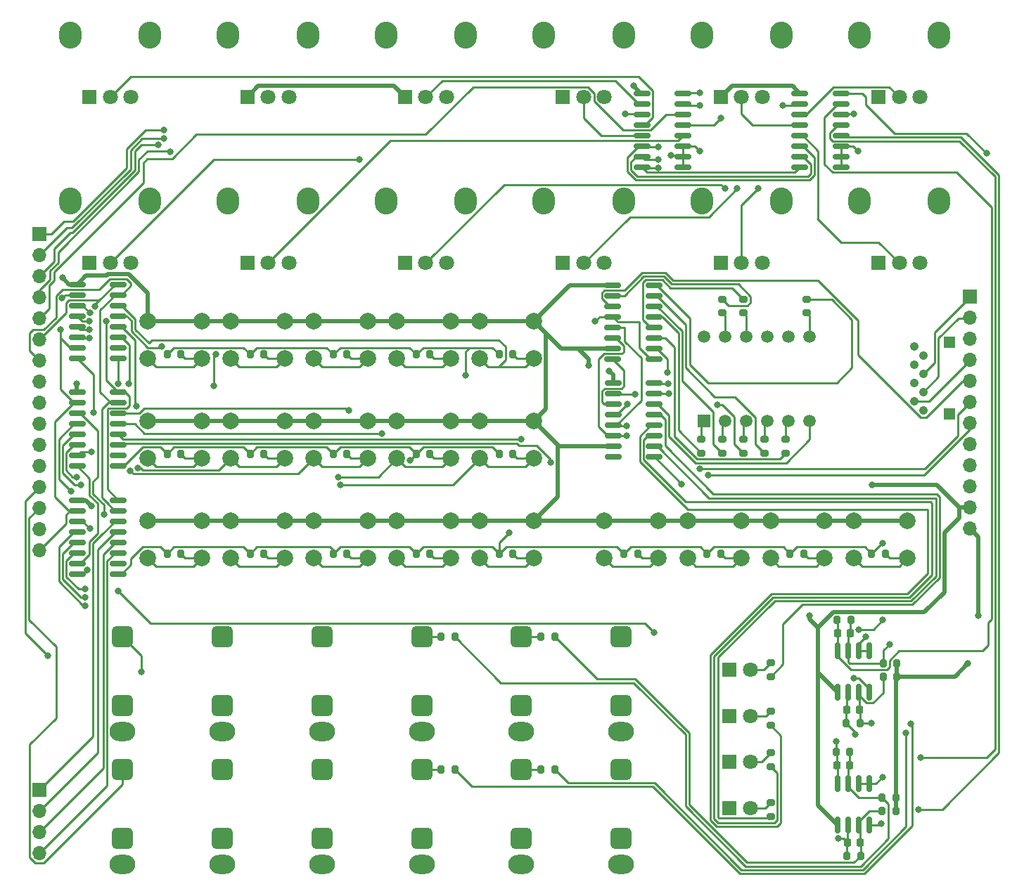
<source format=gbr>
%TF.GenerationSoftware,KiCad,Pcbnew,7.0.2*%
%TF.CreationDate,2025-02-19T16:25:23+00:00*%
%TF.ProjectId,dk2_04_top,646b325f-3034-45f7-946f-702e6b696361,rev?*%
%TF.SameCoordinates,Original*%
%TF.FileFunction,Copper,L2,Bot*%
%TF.FilePolarity,Positive*%
%FSLAX46Y46*%
G04 Gerber Fmt 4.6, Leading zero omitted, Abs format (unit mm)*
G04 Created by KiCad (PCBNEW 7.0.2) date 2025-02-19 16:25:23*
%MOMM*%
%LPD*%
G01*
G04 APERTURE LIST*
G04 Aperture macros list*
%AMRoundRect*
0 Rectangle with rounded corners*
0 $1 Rounding radius*
0 $2 $3 $4 $5 $6 $7 $8 $9 X,Y pos of 4 corners*
0 Add a 4 corners polygon primitive as box body*
4,1,4,$2,$3,$4,$5,$6,$7,$8,$9,$2,$3,0*
0 Add four circle primitives for the rounded corners*
1,1,$1+$1,$2,$3*
1,1,$1+$1,$4,$5*
1,1,$1+$1,$6,$7*
1,1,$1+$1,$8,$9*
0 Add four rect primitives between the rounded corners*
20,1,$1+$1,$2,$3,$4,$5,0*
20,1,$1+$1,$4,$5,$6,$7,0*
20,1,$1+$1,$6,$7,$8,$9,0*
20,1,$1+$1,$8,$9,$2,$3,0*%
G04 Aperture macros list end*
%TA.AperFunction,ComponentPad*%
%ADD10R,1.700000X1.700000*%
%TD*%
%TA.AperFunction,ComponentPad*%
%ADD11O,1.700000X1.700000*%
%TD*%
%TA.AperFunction,ComponentPad*%
%ADD12C,2.000000*%
%TD*%
%TA.AperFunction,ComponentPad*%
%ADD13O,2.720000X3.240000*%
%TD*%
%TA.AperFunction,ComponentPad*%
%ADD14R,1.800000X1.800000*%
%TD*%
%TA.AperFunction,ComponentPad*%
%ADD15C,1.800000*%
%TD*%
%TA.AperFunction,ComponentPad*%
%ADD16O,3.100000X2.300000*%
%TD*%
%TA.AperFunction,ComponentPad*%
%ADD17RoundRect,0.650000X-0.650000X-0.650000X0.650000X-0.650000X0.650000X0.650000X-0.650000X0.650000X0*%
%TD*%
%TA.AperFunction,ComponentPad*%
%ADD18R,1.500000X1.500000*%
%TD*%
%TA.AperFunction,ComponentPad*%
%ADD19C,1.500000*%
%TD*%
%TA.AperFunction,ComponentPad*%
%ADD20C,1.050000*%
%TD*%
%TA.AperFunction,ComponentPad*%
%ADD21R,1.350000X1.350000*%
%TD*%
%TA.AperFunction,SMDPad,CuDef*%
%ADD22RoundRect,0.200000X0.200000X0.275000X-0.200000X0.275000X-0.200000X-0.275000X0.200000X-0.275000X0*%
%TD*%
%TA.AperFunction,SMDPad,CuDef*%
%ADD23RoundRect,0.200000X-0.275000X0.200000X-0.275000X-0.200000X0.275000X-0.200000X0.275000X0.200000X0*%
%TD*%
%TA.AperFunction,SMDPad,CuDef*%
%ADD24RoundRect,0.200000X0.275000X-0.200000X0.275000X0.200000X-0.275000X0.200000X-0.275000X-0.200000X0*%
%TD*%
%TA.AperFunction,SMDPad,CuDef*%
%ADD25RoundRect,0.150000X0.825000X0.150000X-0.825000X0.150000X-0.825000X-0.150000X0.825000X-0.150000X0*%
%TD*%
%TA.AperFunction,SMDPad,CuDef*%
%ADD26RoundRect,0.200000X-0.200000X-0.275000X0.200000X-0.275000X0.200000X0.275000X-0.200000X0.275000X0*%
%TD*%
%TA.AperFunction,SMDPad,CuDef*%
%ADD27RoundRect,0.225000X0.225000X0.250000X-0.225000X0.250000X-0.225000X-0.250000X0.225000X-0.250000X0*%
%TD*%
%TA.AperFunction,SMDPad,CuDef*%
%ADD28RoundRect,0.150000X-0.150000X0.825000X-0.150000X-0.825000X0.150000X-0.825000X0.150000X0.825000X0*%
%TD*%
%TA.AperFunction,ViaPad*%
%ADD29C,0.800000*%
%TD*%
%TA.AperFunction,Conductor*%
%ADD30C,0.500000*%
%TD*%
%TA.AperFunction,Conductor*%
%ADD31C,0.250000*%
%TD*%
G04 APERTURE END LIST*
D10*
%TO.P,J7,1,Pin_1*%
%TO.N,SD_CLOCK*%
X186000000Y-78000000D03*
D11*
%TO.P,J7,2,Pin_2*%
%TO.N,SD_SERIAL_IN*%
X186000000Y-80540000D03*
%TO.P,J7,3,Pin_3*%
%TO.N,SD_SERIAL_OUT*%
X186000000Y-83080000D03*
%TO.P,J7,4,Pin_4*%
%TO.N,SD_CHIP_SELECT*%
X186000000Y-85620000D03*
%TO.P,J7,5,Pin_5*%
%TO.N,595_DATA*%
X186000000Y-88160000D03*
%TO.P,J7,6,Pin_6*%
%TO.N,595_CLOCK*%
X186000000Y-90700000D03*
%TO.P,J7,7,Pin_7*%
%TO.N,595_LATCH*%
X186000000Y-93240000D03*
%TO.P,J7,8,Pin_8*%
%TO.N,EURO_OUT_1*%
X186000000Y-95780000D03*
%TO.P,J7,9,Pin_9*%
%TO.N,EURO_OUT_2*%
X186000000Y-98320000D03*
%TO.P,J7,10,Pin_10*%
%TO.N,+12V*%
X186000000Y-100860000D03*
%TO.P,J7,11,Pin_11*%
%TO.N,+3.3V*%
X186000000Y-103400000D03*
%TO.P,J7,12,Pin_12*%
%TO.N,-12V*%
X186000000Y-105940000D03*
%TD*%
D10*
%TO.P,J1,1,Pin_1*%
%TO.N,4051_ADDRESS_A*%
X74000000Y-70500000D03*
D11*
%TO.P,J1,2,Pin_2*%
%TO.N,4051_ADDRESS_B*%
X74000000Y-73040000D03*
%TO.P,J1,3,Pin_3*%
%TO.N,4051_ADDRESS_C*%
X74000000Y-75580000D03*
%TO.P,J1,4,Pin_4*%
%TO.N,4051_READING_1*%
X74000000Y-78120000D03*
%TO.P,J1,5,Pin_5*%
%TO.N,4051_READING_0*%
X74000000Y-80660000D03*
%TO.P,J1,6,Pin_6*%
%TO.N,165_LOAD*%
X74000000Y-83200000D03*
%TO.P,J1,7,Pin_7*%
%TO.N,165_CLOCK*%
X74000000Y-85740000D03*
%TO.P,J1,8,Pin_8*%
%TO.N,165_DATA*%
X74000000Y-88280000D03*
%TO.P,J1,9,Pin_9*%
%TO.N,TRIGGER_OUT_1_EURO*%
X74000000Y-90820000D03*
%TO.P,J1,10,Pin_10*%
%TO.N,TRIGGER_OUT_2_EURO*%
X74000000Y-93360000D03*
%TO.P,J1,11,Pin_11*%
%TO.N,TRIGGER_OUT_3_EURO*%
X74000000Y-95900000D03*
%TO.P,J1,12,Pin_12*%
%TO.N,TRIGGER_OUT_4_EURO*%
X74000000Y-98440000D03*
%TO.P,J1,13,Pin_13*%
%TO.N,SYNC_IN_EURO*%
X74000000Y-100980000D03*
%TO.P,J1,14,Pin_14*%
%TO.N,SYNC_OUT_EURO*%
X74000000Y-103520000D03*
%TO.P,J1,15,Pin_15*%
%TO.N,+3.3V*%
X74000000Y-106060000D03*
%TO.P,J1,16,Pin_16*%
%TO.N,GND*%
X74000000Y-108600000D03*
%TD*%
D12*
%TO.P,SW10,1,1*%
%TO.N,+3.3V*%
X127000000Y-93000000D03*
X133500000Y-93000000D03*
%TO.P,SW10,2,2*%
%TO.N,Net-(U5-D1)*%
X127000000Y-97500000D03*
X133500000Y-97500000D03*
%TD*%
%TO.P,SW8,1,1*%
%TO.N,+3.3V*%
X107000000Y-93000000D03*
X113500000Y-93000000D03*
%TO.P,SW8,2,2*%
%TO.N,Net-(U4-D7)*%
X107000000Y-97500000D03*
X113500000Y-97500000D03*
%TD*%
D13*
%TO.P,RV3,*%
%TO.N,*%
X115700000Y-46500000D03*
X125300000Y-46500000D03*
D14*
%TO.P,RV3,1,1*%
%TO.N,+3.3V*%
X118000000Y-54000000D03*
D15*
%TO.P,RV3,2,2*%
%TO.N,Net-(U6-A2)*%
X120500000Y-54000000D03*
%TO.P,RV3,3,3*%
%TO.N,GND*%
X123000000Y-54000000D03*
%TD*%
D16*
%TO.P,J2,S*%
%TO.N,GND*%
X96000000Y-130400000D03*
D17*
%TO.P,J2,T*%
%TO.N,TRIGGER_OUT_1_EURO*%
X96000000Y-119000000D03*
%TO.P,J2,TN*%
%TO.N,unconnected-(J2-PadTN)*%
X96000000Y-127300000D03*
%TD*%
D16*
%TO.P,J13,S*%
%TO.N,GND*%
X132000000Y-130400000D03*
D17*
%TO.P,J13,T*%
%TO.N,Net-(J13-PadT)*%
X132000000Y-119000000D03*
%TO.P,J13,TN*%
%TO.N,GND*%
X132000000Y-127300000D03*
%TD*%
D13*
%TO.P,RV8,*%
%TO.N,*%
X134700000Y-66500000D03*
X144300000Y-66500000D03*
D14*
%TO.P,RV8,1,1*%
%TO.N,+3.3V*%
X137000000Y-74000000D03*
D15*
%TO.P,RV8,2,2*%
%TO.N,Net-(U6-A7)*%
X139500000Y-74000000D03*
%TO.P,RV8,3,3*%
%TO.N,GND*%
X142000000Y-74000000D03*
%TD*%
D16*
%TO.P,J12,S*%
%TO.N,GND*%
X120000000Y-130400000D03*
D17*
%TO.P,J12,T*%
%TO.N,Net-(J12-PadT)*%
X120000000Y-119000000D03*
%TO.P,J12,TN*%
%TO.N,GND*%
X120000000Y-127300000D03*
%TD*%
D12*
%TO.P,SW19,1,1*%
%TO.N,+3.3V*%
X172000000Y-105000000D03*
X178500000Y-105000000D03*
%TO.P,SW19,2,2*%
%TO.N,Net-(U10-D2)*%
X172000000Y-109500000D03*
X178500000Y-109500000D03*
%TD*%
D16*
%TO.P,J11,S*%
%TO.N,GND*%
X144000000Y-146400000D03*
D17*
%TO.P,J11,T*%
%TO.N,EURO_OUT_2*%
X144000000Y-135000000D03*
%TO.P,J11,TN*%
%TO.N,unconnected-(J11-PadTN)*%
X144000000Y-143300000D03*
%TD*%
D13*
%TO.P,RV4,*%
%TO.N,*%
X134700000Y-46500000D03*
X144300000Y-46500000D03*
D14*
%TO.P,RV4,1,1*%
%TO.N,+3.3V*%
X137000000Y-54000000D03*
D15*
%TO.P,RV4,2,2*%
%TO.N,Net-(U6-A3)*%
X139500000Y-54000000D03*
%TO.P,RV4,3,3*%
%TO.N,GND*%
X142000000Y-54000000D03*
%TD*%
D12*
%TO.P,SW3,1,1*%
%TO.N,+3.3V*%
X107000000Y-81000000D03*
X113500000Y-81000000D03*
%TO.P,SW3,2,2*%
%TO.N,Net-(U4-D2)*%
X107000000Y-85500000D03*
X113500000Y-85500000D03*
%TD*%
D13*
%TO.P,RV1,*%
%TO.N,*%
X77700000Y-46500000D03*
X87300000Y-46500000D03*
D14*
%TO.P,RV1,1,1*%
%TO.N,+3.3V*%
X80000000Y-54000000D03*
D15*
%TO.P,RV1,2,2*%
%TO.N,Net-(U6-A0)*%
X82500000Y-54000000D03*
%TO.P,RV1,3,3*%
%TO.N,GND*%
X85000000Y-54000000D03*
%TD*%
D13*
%TO.P,RV10,*%
%TO.N,*%
X172700000Y-46500000D03*
X182300000Y-46500000D03*
D14*
%TO.P,RV10,1,1*%
%TO.N,+3.3V*%
X175000000Y-54000000D03*
D15*
%TO.P,RV10,2,2*%
%TO.N,Net-(U9-A1)*%
X177500000Y-54000000D03*
%TO.P,RV10,3,3*%
%TO.N,GND*%
X180000000Y-54000000D03*
%TD*%
D16*
%TO.P,J4,S*%
%TO.N,GND*%
X84000000Y-130400000D03*
D17*
%TO.P,J4,T*%
%TO.N,SYNC_IN_EURO*%
X84000000Y-119000000D03*
%TO.P,J4,TN*%
%TO.N,unconnected-(J4-PadTN)*%
X84000000Y-127300000D03*
%TD*%
D12*
%TO.P,SW9,1,1*%
%TO.N,+3.3V*%
X117000000Y-93000000D03*
X123500000Y-93000000D03*
%TO.P,SW9,2,2*%
%TO.N,Net-(U5-D0)*%
X117000000Y-97500000D03*
X123500000Y-97500000D03*
%TD*%
D16*
%TO.P,J14,S*%
%TO.N,GND*%
X120000000Y-146400000D03*
D17*
%TO.P,J14,T*%
%TO.N,Net-(J14-PadT)*%
X120000000Y-135000000D03*
%TO.P,J14,TN*%
%TO.N,GND*%
X120000000Y-143300000D03*
%TD*%
D16*
%TO.P,J15,S*%
%TO.N,GND*%
X132000000Y-146400000D03*
D17*
%TO.P,J15,T*%
%TO.N,Net-(J15-PadT)*%
X132000000Y-135000000D03*
%TO.P,J15,TN*%
%TO.N,GND*%
X132000000Y-143300000D03*
%TD*%
D12*
%TO.P,SW6,1,1*%
%TO.N,+3.3V*%
X87000000Y-93000000D03*
X93500000Y-93000000D03*
%TO.P,SW6,2,2*%
%TO.N,Net-(U4-D5)*%
X87000000Y-97500000D03*
X93500000Y-97500000D03*
%TD*%
D13*
%TO.P,RV7,*%
%TO.N,*%
X115700000Y-66500000D03*
X125300000Y-66500000D03*
D14*
%TO.P,RV7,1,1*%
%TO.N,+3.3V*%
X118000000Y-74000000D03*
D15*
%TO.P,RV7,2,2*%
%TO.N,Net-(U6-A6)*%
X120500000Y-74000000D03*
%TO.P,RV7,3,3*%
%TO.N,GND*%
X123000000Y-74000000D03*
%TD*%
D12*
%TO.P,SW17,1,1*%
%TO.N,+3.3V*%
X152000000Y-105000000D03*
X158500000Y-105000000D03*
%TO.P,SW17,2,2*%
%TO.N,Net-(U10-D0)*%
X152000000Y-109500000D03*
X158500000Y-109500000D03*
%TD*%
%TO.P,SW1,1,1*%
%TO.N,+3.3V*%
X87000000Y-81000000D03*
X93500000Y-81000000D03*
%TO.P,SW1,2,2*%
%TO.N,Net-(U4-D0)*%
X87000000Y-85500000D03*
X93500000Y-85500000D03*
%TD*%
D18*
%TO.P,U3,1,e*%
%TO.N,Net-(U3-e)*%
X154000000Y-93000000D03*
D19*
%TO.P,U3,2,d*%
%TO.N,Net-(U3-d)*%
X156540000Y-93000000D03*
%TO.P,U3,3,DPX*%
%TO.N,Net-(U3-DPX)*%
X159080000Y-93000000D03*
%TO.P,U3,4,c*%
%TO.N,Net-(U3-c)*%
X161620000Y-93000000D03*
%TO.P,U3,5,g*%
%TO.N,Net-(U3-g)*%
X164160000Y-93000000D03*
%TO.P,U3,6,CA4*%
%TO.N,Net-(U2-QD)*%
X166700000Y-93000000D03*
%TO.P,U3,7,b*%
%TO.N,Net-(U3-b)*%
X166700000Y-82840000D03*
%TO.P,U3,8,CA3*%
%TO.N,Net-(U2-QC)*%
X164160000Y-82840000D03*
%TO.P,U3,9,CA2*%
%TO.N,Net-(U2-QB)*%
X161620000Y-82840000D03*
%TO.P,U3,10,f*%
%TO.N,Net-(U3-f)*%
X159080000Y-82840000D03*
%TO.P,U3,11,a*%
%TO.N,Net-(U3-a)*%
X156540000Y-82840000D03*
%TO.P,U3,12,CA1*%
%TO.N,Net-(U2-QA)*%
X154000000Y-82840000D03*
%TD*%
D20*
%TO.P,J6,1,DAT2*%
%TO.N,unconnected-(J6-DAT2-Pad1)*%
X180400000Y-91700000D03*
%TO.P,J6,2,DAT3/CD*%
%TO.N,SD_CHIP_SELECT*%
X179300000Y-90600000D03*
%TO.P,J6,3,CMD*%
%TO.N,SD_SERIAL_IN*%
X180400000Y-89500000D03*
%TO.P,J6,4,VDD*%
%TO.N,+3.3V*%
X179300000Y-88400000D03*
%TO.P,J6,5,CLK*%
%TO.N,SD_CLOCK*%
X180400000Y-87300000D03*
%TO.P,J6,6,VSS*%
%TO.N,GND*%
X179300000Y-86200000D03*
%TO.P,J6,7,DAT0*%
%TO.N,SD_SERIAL_OUT*%
X180400000Y-85100000D03*
%TO.P,J6,8,DAT1*%
%TO.N,unconnected-(J6-DAT1-Pad8)*%
X179300000Y-84000000D03*
D21*
%TO.P,J6,9,SHIELD*%
%TO.N,GND*%
X183570000Y-92150000D03*
X183570000Y-83550000D03*
%TD*%
D14*
%TO.P,D3,1,K*%
%TO.N,GND*%
X157000000Y-134100000D03*
D15*
%TO.P,D3,2,A*%
%TO.N,Net-(D3-A)*%
X159540000Y-134100000D03*
%TD*%
D13*
%TO.P,RV11,*%
%TO.N,*%
X153700000Y-66500000D03*
X163300000Y-66500000D03*
D14*
%TO.P,RV11,1,1*%
%TO.N,+3.3V*%
X156000000Y-74000000D03*
D15*
%TO.P,RV11,2,2*%
%TO.N,Net-(U9-A2)*%
X158500000Y-74000000D03*
%TO.P,RV11,3,3*%
%TO.N,GND*%
X161000000Y-74000000D03*
%TD*%
D13*
%TO.P,RV9,*%
%TO.N,*%
X153700000Y-46500000D03*
X163300000Y-46500000D03*
D14*
%TO.P,RV9,1,1*%
%TO.N,+3.3V*%
X156000000Y-54000000D03*
D15*
%TO.P,RV9,2,2*%
%TO.N,Net-(U9-A0)*%
X158500000Y-54000000D03*
%TO.P,RV9,3,3*%
%TO.N,GND*%
X161000000Y-54000000D03*
%TD*%
D16*
%TO.P,J8,S*%
%TO.N,GND*%
X96000000Y-146400000D03*
D17*
%TO.P,J8,T*%
%TO.N,TRIGGER_OUT_3_EURO*%
X96000000Y-135000000D03*
%TO.P,J8,TN*%
%TO.N,unconnected-(J8-PadTN)*%
X96000000Y-143300000D03*
%TD*%
D12*
%TO.P,SW15,1,1*%
%TO.N,+3.3V*%
X127000000Y-105000000D03*
X133500000Y-105000000D03*
%TO.P,SW15,2,2*%
%TO.N,Net-(U5-D6)*%
X127000000Y-109500000D03*
X133500000Y-109500000D03*
%TD*%
%TO.P,SW13,1,1*%
%TO.N,+3.3V*%
X107000000Y-105000000D03*
X113500000Y-105000000D03*
%TO.P,SW13,2,2*%
%TO.N,Net-(U5-D4)*%
X107000000Y-109500000D03*
X113500000Y-109500000D03*
%TD*%
%TO.P,SW18,1,1*%
%TO.N,+3.3V*%
X162000000Y-105000000D03*
X168500000Y-105000000D03*
%TO.P,SW18,2,2*%
%TO.N,Net-(U10-D1)*%
X162000000Y-109500000D03*
X168500000Y-109500000D03*
%TD*%
%TO.P,SW11,1,1*%
%TO.N,+3.3V*%
X87000000Y-105000000D03*
X93500000Y-105000000D03*
%TO.P,SW11,2,2*%
%TO.N,Net-(U5-D2)*%
X87000000Y-109500000D03*
X93500000Y-109500000D03*
%TD*%
%TO.P,SW2,1,1*%
%TO.N,+3.3V*%
X97000000Y-81000000D03*
X103500000Y-81000000D03*
%TO.P,SW2,2,2*%
%TO.N,Net-(U4-D1)*%
X97000000Y-85500000D03*
X103500000Y-85500000D03*
%TD*%
%TO.P,SW7,1,1*%
%TO.N,+3.3V*%
X97000000Y-93000000D03*
X103500000Y-93000000D03*
%TO.P,SW7,2,2*%
%TO.N,Net-(U4-D6)*%
X97000000Y-97500000D03*
X103500000Y-97500000D03*
%TD*%
D14*
%TO.P,D2,1,K*%
%TO.N,GND*%
X157000000Y-128550000D03*
D15*
%TO.P,D2,2,A*%
%TO.N,Net-(D2-A)*%
X159540000Y-128550000D03*
%TD*%
D14*
%TO.P,D1,1,K*%
%TO.N,GND*%
X157000000Y-123000000D03*
D15*
%TO.P,D1,2,A*%
%TO.N,Net-(D1-A)*%
X159540000Y-123000000D03*
%TD*%
D16*
%TO.P,J5,S*%
%TO.N,GND*%
X144000000Y-130400000D03*
D17*
%TO.P,J5,T*%
%TO.N,EURO_OUT_1*%
X144000000Y-119000000D03*
%TO.P,J5,TN*%
%TO.N,unconnected-(J5-PadTN)*%
X144000000Y-127300000D03*
%TD*%
D12*
%TO.P,SW12,1,1*%
%TO.N,+3.3V*%
X97000000Y-105000000D03*
X103500000Y-105000000D03*
%TO.P,SW12,2,2*%
%TO.N,Net-(U5-D3)*%
X97000000Y-109500000D03*
X103500000Y-109500000D03*
%TD*%
D14*
%TO.P,D4,1,K*%
%TO.N,GND*%
X157000000Y-139650000D03*
D15*
%TO.P,D4,2,A*%
%TO.N,Net-(D4-A)*%
X159540000Y-139650000D03*
%TD*%
D12*
%TO.P,SW4,1,1*%
%TO.N,+3.3V*%
X117000000Y-81000000D03*
X123500000Y-81000000D03*
%TO.P,SW4,2,2*%
%TO.N,Net-(U4-D3)*%
X117000000Y-85500000D03*
X123500000Y-85500000D03*
%TD*%
D13*
%TO.P,RV12,*%
%TO.N,*%
X172700000Y-66500000D03*
X182300000Y-66500000D03*
D14*
%TO.P,RV12,1,1*%
%TO.N,+3.3V*%
X175000000Y-74000000D03*
D15*
%TO.P,RV12,2,2*%
%TO.N,Net-(U9-A3)*%
X177500000Y-74000000D03*
%TO.P,RV12,3,3*%
%TO.N,GND*%
X180000000Y-74000000D03*
%TD*%
D16*
%TO.P,J9,S*%
%TO.N,GND*%
X108000000Y-146400000D03*
D17*
%TO.P,J9,T*%
%TO.N,TRIGGER_OUT_4_EURO*%
X108000000Y-135000000D03*
%TO.P,J9,TN*%
%TO.N,unconnected-(J9-PadTN)*%
X108000000Y-143300000D03*
%TD*%
D13*
%TO.P,RV6,*%
%TO.N,*%
X96700000Y-66500000D03*
X106300000Y-66500000D03*
D14*
%TO.P,RV6,1,1*%
%TO.N,+3.3V*%
X99000000Y-74000000D03*
D15*
%TO.P,RV6,2,2*%
%TO.N,Net-(U6-A5)*%
X101500000Y-74000000D03*
%TO.P,RV6,3,3*%
%TO.N,GND*%
X104000000Y-74000000D03*
%TD*%
D10*
%TO.P,J16,1,Pin_1*%
%TO.N,Net-(J16-Pin_1)*%
X74000000Y-137500000D03*
D11*
%TO.P,J16,2,Pin_2*%
%TO.N,Net-(J16-Pin_2)*%
X74000000Y-140040000D03*
%TO.P,J16,3,Pin_3*%
%TO.N,Net-(J16-Pin_3)*%
X74000000Y-142580000D03*
%TO.P,J16,4,Pin_4*%
%TO.N,Net-(J16-Pin_4)*%
X74000000Y-145120000D03*
%TD*%
D16*
%TO.P,J3,S*%
%TO.N,GND*%
X108000000Y-130400000D03*
D17*
%TO.P,J3,T*%
%TO.N,TRIGGER_OUT_2_EURO*%
X108000000Y-119000000D03*
%TO.P,J3,TN*%
%TO.N,unconnected-(J3-PadTN)*%
X108000000Y-127300000D03*
%TD*%
D13*
%TO.P,RV5,*%
%TO.N,*%
X77700000Y-66500000D03*
X87300000Y-66500000D03*
D14*
%TO.P,RV5,1,1*%
%TO.N,+3.3V*%
X80000000Y-74000000D03*
D15*
%TO.P,RV5,2,2*%
%TO.N,Net-(U6-A4)*%
X82500000Y-74000000D03*
%TO.P,RV5,3,3*%
%TO.N,GND*%
X85000000Y-74000000D03*
%TD*%
D12*
%TO.P,SW5,1,1*%
%TO.N,+3.3V*%
X127000000Y-81000000D03*
X133500000Y-81000000D03*
%TO.P,SW5,2,2*%
%TO.N,Net-(U4-D4)*%
X127000000Y-85500000D03*
X133500000Y-85500000D03*
%TD*%
D13*
%TO.P,RV2,*%
%TO.N,*%
X96700000Y-46500000D03*
X106300000Y-46500000D03*
D14*
%TO.P,RV2,1,1*%
%TO.N,+3.3V*%
X99000000Y-54000000D03*
D15*
%TO.P,RV2,2,2*%
%TO.N,Net-(U6-A1)*%
X101500000Y-54000000D03*
%TO.P,RV2,3,3*%
%TO.N,GND*%
X104000000Y-54000000D03*
%TD*%
D12*
%TO.P,SW16,1,1*%
%TO.N,+3.3V*%
X142000000Y-105000000D03*
X148500000Y-105000000D03*
%TO.P,SW16,2,2*%
%TO.N,Net-(U5-D7)*%
X142000000Y-109500000D03*
X148500000Y-109500000D03*
%TD*%
D16*
%TO.P,J10,S*%
%TO.N,GND*%
X84000000Y-146400000D03*
D17*
%TO.P,J10,T*%
%TO.N,SYNC_OUT_EURO*%
X84000000Y-135000000D03*
%TO.P,J10,TN*%
%TO.N,unconnected-(J10-PadTN)*%
X84000000Y-143300000D03*
%TD*%
D12*
%TO.P,SW14,1,1*%
%TO.N,+3.3V*%
X117000000Y-105000000D03*
X123500000Y-105000000D03*
%TO.P,SW14,2,2*%
%TO.N,Net-(U5-D5)*%
X117000000Y-109500000D03*
X123500000Y-109500000D03*
%TD*%
D22*
%TO.P,R23,1*%
%TO.N,Net-(U5-D2)*%
X91000000Y-109000000D03*
%TO.P,R23,2*%
%TO.N,GND*%
X89350000Y-109000000D03*
%TD*%
%TO.P,R27,1*%
%TO.N,Net-(U5-D6)*%
X131000000Y-109000000D03*
%TO.P,R27,2*%
%TO.N,GND*%
X129350000Y-109000000D03*
%TD*%
%TO.P,R29,1*%
%TO.N,-12V*%
X177100000Y-138400000D03*
%TO.P,R29,2*%
%TO.N,Net-(U7A--)*%
X175450000Y-138400000D03*
%TD*%
D23*
%TO.P,R1,1*%
%TO.N,Net-(D1-A)*%
X162000000Y-122175000D03*
%TO.P,R1,2*%
%TO.N,Net-(U2-QE)*%
X162000000Y-123825000D03*
%TD*%
D22*
%TO.P,R22,1*%
%TO.N,Net-(U5-D1)*%
X131000000Y-97000000D03*
%TO.P,R22,2*%
%TO.N,GND*%
X129350000Y-97000000D03*
%TD*%
%TO.P,R17,1*%
%TO.N,Net-(U4-D4)*%
X131000000Y-85000000D03*
%TO.P,R17,2*%
%TO.N,GND*%
X129350000Y-85000000D03*
%TD*%
%TO.P,R18,1*%
%TO.N,Net-(U4-D5)*%
X91000000Y-97000000D03*
%TO.P,R18,2*%
%TO.N,GND*%
X89350000Y-97000000D03*
%TD*%
%TO.P,R41,1*%
%TO.N,Net-(U10-D0)*%
X156000000Y-109000000D03*
%TO.P,R41,2*%
%TO.N,GND*%
X154350000Y-109000000D03*
%TD*%
D23*
%TO.P,R11,1*%
%TO.N,Net-(U3-d)*%
X156210000Y-95250000D03*
%TO.P,R11,2*%
%TO.N,Net-(U1-QD)*%
X156210000Y-96900000D03*
%TD*%
D22*
%TO.P,R35,1*%
%TO.N,-12V*%
X177200000Y-122200000D03*
%TO.P,R35,2*%
%TO.N,Net-(U8A--)*%
X175550000Y-122200000D03*
%TD*%
D24*
%TO.P,R9,1*%
%TO.N,Net-(U3-b)*%
X166370000Y-80010000D03*
%TO.P,R9,2*%
%TO.N,Net-(U1-QB)*%
X166370000Y-78360000D03*
%TD*%
D23*
%TO.P,R5,1*%
%TO.N,Net-(U3-e)*%
X153670000Y-95250000D03*
%TO.P,R5,2*%
%TO.N,Net-(U1-QE)*%
X153670000Y-96900000D03*
%TD*%
D22*
%TO.P,R26,1*%
%TO.N,Net-(U5-D5)*%
X121000000Y-109000000D03*
%TO.P,R26,2*%
%TO.N,GND*%
X119350000Y-109000000D03*
%TD*%
%TO.P,R42,1*%
%TO.N,Net-(U10-D1)*%
X166000000Y-109000000D03*
%TO.P,R42,2*%
%TO.N,GND*%
X164350000Y-109000000D03*
%TD*%
D25*
%TO.P,U6,1,A4*%
%TO.N,Net-(U6-A4)*%
X151475000Y-53555000D03*
%TO.P,U6,2,A6*%
%TO.N,Net-(U6-A6)*%
X151475000Y-54825000D03*
%TO.P,U6,3,A*%
%TO.N,4051_READING_0*%
X151475000Y-56095000D03*
%TO.P,U6,4,A7*%
%TO.N,Net-(U6-A7)*%
X151475000Y-57365000D03*
%TO.P,U6,5,A5*%
%TO.N,Net-(U6-A5)*%
X151475000Y-58635000D03*
%TO.P,U6,6,~{E}*%
%TO.N,GND*%
X151475000Y-59905000D03*
%TO.P,U6,7,VEE*%
X151475000Y-61175000D03*
%TO.P,U6,8,GND*%
X151475000Y-62445000D03*
%TO.P,U6,9,S2*%
%TO.N,4051_ADDRESS_C*%
X146525000Y-62445000D03*
%TO.P,U6,10,S1*%
%TO.N,4051_ADDRESS_B*%
X146525000Y-61175000D03*
%TO.P,U6,11,S0*%
%TO.N,4051_ADDRESS_A*%
X146525000Y-59905000D03*
%TO.P,U6,12,A3*%
%TO.N,Net-(U6-A3)*%
X146525000Y-58635000D03*
%TO.P,U6,13,A0*%
%TO.N,Net-(U6-A0)*%
X146525000Y-57365000D03*
%TO.P,U6,14,A1*%
%TO.N,Net-(U6-A1)*%
X146525000Y-56095000D03*
%TO.P,U6,15,A2*%
%TO.N,Net-(U6-A2)*%
X146525000Y-54825000D03*
%TO.P,U6,16,VCC*%
%TO.N,+3.3V*%
X146525000Y-53555000D03*
%TD*%
D22*
%TO.P,R14,1*%
%TO.N,Net-(U4-D1)*%
X101000000Y-85000000D03*
%TO.P,R14,2*%
%TO.N,GND*%
X99350000Y-85000000D03*
%TD*%
D24*
%TO.P,R8,1*%
%TO.N,Net-(U3-a)*%
X156210000Y-80010000D03*
%TO.P,R8,2*%
%TO.N,Net-(U1-QA)*%
X156210000Y-78360000D03*
%TD*%
D25*
%TO.P,U1,1,QB*%
%TO.N,Net-(U1-QB)*%
X147950000Y-76650000D03*
%TO.P,U1,2,QC*%
%TO.N,Net-(U1-QC)*%
X147950000Y-77920000D03*
%TO.P,U1,3,QD*%
%TO.N,Net-(U1-QD)*%
X147950000Y-79190000D03*
%TO.P,U1,4,QE*%
%TO.N,Net-(U1-QE)*%
X147950000Y-80460000D03*
%TO.P,U1,5,QF*%
%TO.N,Net-(U1-QF)*%
X147950000Y-81730000D03*
%TO.P,U1,6,QG*%
%TO.N,Net-(U1-QG)*%
X147950000Y-83000000D03*
%TO.P,U1,7,QH*%
%TO.N,Net-(U1-QH)*%
X147950000Y-84270000D03*
%TO.P,U1,8,GND*%
%TO.N,GND*%
X147950000Y-85540000D03*
%TO.P,U1,9,QH'*%
%TO.N,Net-(U1-QH')*%
X143000000Y-85540000D03*
%TO.P,U1,10,~{SRCLR}*%
%TO.N,+3.3V*%
X143000000Y-84270000D03*
%TO.P,U1,11,SRCLK*%
%TO.N,595_CLOCK*%
X143000000Y-83000000D03*
%TO.P,U1,12,RCLK*%
%TO.N,595_LATCH*%
X143000000Y-81730000D03*
%TO.P,U1,13,~{OE}*%
%TO.N,GND*%
X143000000Y-80460000D03*
%TO.P,U1,14,SER*%
%TO.N,595_DATA*%
X143000000Y-79190000D03*
%TO.P,U1,15,QA*%
%TO.N,Net-(U1-QA)*%
X143000000Y-77920000D03*
%TO.P,U1,16,VCC*%
%TO.N,+3.3V*%
X143000000Y-76650000D03*
%TD*%
D26*
%TO.P,R30,1*%
%TO.N,Net-(J12-PadT)*%
X122350000Y-119000000D03*
%TO.P,R30,2*%
%TO.N,Net-(U7A--)*%
X124000000Y-119000000D03*
%TD*%
D22*
%TO.P,R15,1*%
%TO.N,Net-(U4-D2)*%
X111000000Y-85000000D03*
%TO.P,R15,2*%
%TO.N,GND*%
X109350000Y-85000000D03*
%TD*%
D26*
%TO.P,R36,1*%
%TO.N,Net-(J14-PadT)*%
X122350000Y-135000000D03*
%TO.P,R36,2*%
%TO.N,Net-(U8A--)*%
X124000000Y-135000000D03*
%TD*%
D22*
%TO.P,R21,1*%
%TO.N,Net-(U5-D0)*%
X121000000Y-97000000D03*
%TO.P,R21,2*%
%TO.N,GND*%
X119350000Y-97000000D03*
%TD*%
%TO.P,R20,1*%
%TO.N,Net-(U4-D7)*%
X111000000Y-97000000D03*
%TO.P,R20,2*%
%TO.N,GND*%
X109350000Y-97000000D03*
%TD*%
D23*
%TO.P,R10,1*%
%TO.N,Net-(U3-c)*%
X161290000Y-95250000D03*
%TO.P,R10,2*%
%TO.N,Net-(U1-QC)*%
X161290000Y-96900000D03*
%TD*%
D22*
%TO.P,R13,1*%
%TO.N,Net-(U4-D0)*%
X91000000Y-85000000D03*
%TO.P,R13,2*%
%TO.N,GND*%
X89350000Y-85000000D03*
%TD*%
D23*
%TO.P,R4,1*%
%TO.N,Net-(D4-A)*%
X162000000Y-139000000D03*
%TO.P,R4,2*%
%TO.N,Net-(U2-QH)*%
X162000000Y-140650000D03*
%TD*%
%TO.P,R7,1*%
%TO.N,Net-(U3-DPX)*%
X158750000Y-95250000D03*
%TO.P,R7,2*%
%TO.N,Net-(U1-QH)*%
X158750000Y-96900000D03*
%TD*%
D27*
%TO.P,C4,1*%
%TO.N,Net-(U8B--)*%
X172700000Y-127800000D03*
%TO.P,C4,2*%
%TO.N,CV_IN_4*%
X171150000Y-127800000D03*
%TD*%
D22*
%TO.P,R16,1*%
%TO.N,Net-(U4-D3)*%
X121000000Y-85000000D03*
%TO.P,R16,2*%
%TO.N,GND*%
X119350000Y-85000000D03*
%TD*%
D23*
%TO.P,R6,1*%
%TO.N,Net-(U3-g)*%
X163830000Y-95250000D03*
%TO.P,R6,2*%
%TO.N,Net-(U1-QG)*%
X163830000Y-96900000D03*
%TD*%
D25*
%TO.P,U2,1,QB*%
%TO.N,Net-(U2-QB)*%
X148000000Y-88460000D03*
%TO.P,U2,2,QC*%
%TO.N,Net-(U2-QC)*%
X148000000Y-89730000D03*
%TO.P,U2,3,QD*%
%TO.N,Net-(U2-QD)*%
X148000000Y-91000000D03*
%TO.P,U2,4,QE*%
%TO.N,Net-(U2-QE)*%
X148000000Y-92270000D03*
%TO.P,U2,5,QF*%
%TO.N,Net-(U2-QF)*%
X148000000Y-93540000D03*
%TO.P,U2,6,QG*%
%TO.N,Net-(U2-QG)*%
X148000000Y-94810000D03*
%TO.P,U2,7,QH*%
%TO.N,Net-(U2-QH)*%
X148000000Y-96080000D03*
%TO.P,U2,8,GND*%
%TO.N,GND*%
X148000000Y-97350000D03*
%TO.P,U2,9,QH'*%
%TO.N,unconnected-(U2-QH'-Pad9)*%
X143050000Y-97350000D03*
%TO.P,U2,10,~{SRCLR}*%
%TO.N,+3.3V*%
X143050000Y-96080000D03*
%TO.P,U2,11,SRCLK*%
%TO.N,595_CLOCK*%
X143050000Y-94810000D03*
%TO.P,U2,12,RCLK*%
%TO.N,595_LATCH*%
X143050000Y-93540000D03*
%TO.P,U2,13,~{OE}*%
%TO.N,GND*%
X143050000Y-92270000D03*
%TO.P,U2,14,SER*%
%TO.N,Net-(U1-QH')*%
X143050000Y-91000000D03*
%TO.P,U2,15,QA*%
%TO.N,Net-(U2-QA)*%
X143050000Y-89730000D03*
%TO.P,U2,16,VCC*%
%TO.N,+3.3V*%
X143050000Y-88460000D03*
%TD*%
%TO.P,U9,1,A4*%
%TO.N,CV_IN_1*%
X170475000Y-53555000D03*
%TO.P,U9,2,A6*%
%TO.N,CV_IN_3*%
X170475000Y-54825000D03*
%TO.P,U9,3,A*%
%TO.N,4051_READING_1*%
X170475000Y-56095000D03*
%TO.P,U9,4,A7*%
%TO.N,CV_IN_4*%
X170475000Y-57365000D03*
%TO.P,U9,5,A5*%
%TO.N,CV_IN_2*%
X170475000Y-58635000D03*
%TO.P,U9,6,~{E}*%
%TO.N,GND*%
X170475000Y-59905000D03*
%TO.P,U9,7,VEE*%
X170475000Y-61175000D03*
%TO.P,U9,8,GND*%
X170475000Y-62445000D03*
%TO.P,U9,9,S2*%
%TO.N,4051_ADDRESS_C*%
X165525000Y-62445000D03*
%TO.P,U9,10,S1*%
%TO.N,4051_ADDRESS_B*%
X165525000Y-61175000D03*
%TO.P,U9,11,S0*%
%TO.N,4051_ADDRESS_A*%
X165525000Y-59905000D03*
%TO.P,U9,12,A3*%
%TO.N,Net-(U9-A3)*%
X165525000Y-58635000D03*
%TO.P,U9,13,A0*%
%TO.N,Net-(U9-A0)*%
X165525000Y-57365000D03*
%TO.P,U9,14,A1*%
%TO.N,Net-(U9-A1)*%
X165525000Y-56095000D03*
%TO.P,U9,15,A2*%
%TO.N,Net-(U9-A2)*%
X165525000Y-54825000D03*
%TO.P,U9,16,VCC*%
%TO.N,+3.3V*%
X165525000Y-53555000D03*
%TD*%
D27*
%TO.P,C2,1*%
%TO.N,Net-(U7B--)*%
X172800000Y-143800000D03*
%TO.P,C2,2*%
%TO.N,CV_IN_2*%
X171250000Y-143800000D03*
%TD*%
D23*
%TO.P,R2,1*%
%TO.N,Net-(D2-A)*%
X162000000Y-128000000D03*
%TO.P,R2,2*%
%TO.N,Net-(U2-QF)*%
X162000000Y-129650000D03*
%TD*%
D24*
%TO.P,R12,1*%
%TO.N,Net-(U3-f)*%
X158750000Y-80010000D03*
%TO.P,R12,2*%
%TO.N,Net-(U1-QF)*%
X158750000Y-78360000D03*
%TD*%
D25*
%TO.P,U5,1,~{PL}*%
%TO.N,165_LOAD*%
X83475000Y-89555000D03*
%TO.P,U5,2,CP*%
%TO.N,165_CLOCK*%
X83475000Y-90825000D03*
%TO.P,U5,3,D4*%
%TO.N,Net-(U5-D4)*%
X83475000Y-92095000D03*
%TO.P,U5,4,D5*%
%TO.N,Net-(U5-D5)*%
X83475000Y-93365000D03*
%TO.P,U5,5,D6*%
%TO.N,Net-(U5-D6)*%
X83475000Y-94635000D03*
%TO.P,U5,6,D7*%
%TO.N,Net-(U5-D7)*%
X83475000Y-95905000D03*
%TO.P,U5,7,~{Q7}*%
%TO.N,unconnected-(U5-~{Q7}-Pad7)*%
X83475000Y-97175000D03*
%TO.P,U5,8,GND*%
%TO.N,GND*%
X83475000Y-98445000D03*
%TO.P,U5,9,Q7*%
%TO.N,/Shift register in 2/DATA_OUT*%
X78525000Y-98445000D03*
%TO.P,U5,10,DS*%
%TO.N,/Shift register in 1/DATA_OUT*%
X78525000Y-97175000D03*
%TO.P,U5,11,D0*%
%TO.N,Net-(U5-D0)*%
X78525000Y-95905000D03*
%TO.P,U5,12,D1*%
%TO.N,Net-(U5-D1)*%
X78525000Y-94635000D03*
%TO.P,U5,13,D2*%
%TO.N,Net-(U5-D2)*%
X78525000Y-93365000D03*
%TO.P,U5,14,D3*%
%TO.N,Net-(U5-D3)*%
X78525000Y-92095000D03*
%TO.P,U5,15,~{CE}*%
%TO.N,GND*%
X78525000Y-90825000D03*
%TO.P,U5,16,VCC*%
%TO.N,+3.3V*%
X78525000Y-89555000D03*
%TD*%
D27*
%TO.P,C1,1*%
%TO.N,Net-(U7A--)*%
X171500000Y-134500000D03*
%TO.P,C1,2*%
%TO.N,CV_IN_1*%
X169950000Y-134500000D03*
%TD*%
D22*
%TO.P,R28,1*%
%TO.N,Net-(U5-D7)*%
X146000000Y-109000000D03*
%TO.P,R28,2*%
%TO.N,GND*%
X144350000Y-109000000D03*
%TD*%
%TO.P,R34,1*%
%TO.N,Net-(U7B--)*%
X172850000Y-145400000D03*
%TO.P,R34,2*%
%TO.N,CV_IN_2*%
X171200000Y-145400000D03*
%TD*%
%TO.P,R33,1*%
%TO.N,Net-(U7A--)*%
X171550000Y-132900000D03*
%TO.P,R33,2*%
%TO.N,CV_IN_1*%
X169900000Y-132900000D03*
%TD*%
D25*
%TO.P,U10,1,~{PL}*%
%TO.N,165_LOAD*%
X83475000Y-102555000D03*
%TO.P,U10,2,CP*%
%TO.N,165_CLOCK*%
X83475000Y-103825000D03*
%TO.P,U10,3,D4*%
%TO.N,Net-(J16-Pin_1)*%
X83475000Y-105095000D03*
%TO.P,U10,4,D5*%
%TO.N,Net-(J16-Pin_2)*%
X83475000Y-106365000D03*
%TO.P,U10,5,D6*%
%TO.N,Net-(J16-Pin_3)*%
X83475000Y-107635000D03*
%TO.P,U10,6,D7*%
%TO.N,Net-(J16-Pin_4)*%
X83475000Y-108905000D03*
%TO.P,U10,7,~{Q7}*%
%TO.N,unconnected-(U10-~{Q7}-Pad7)*%
X83475000Y-110175000D03*
%TO.P,U10,8,GND*%
%TO.N,GND*%
X83475000Y-111445000D03*
%TO.P,U10,9,Q7*%
%TO.N,165_DATA*%
X78525000Y-111445000D03*
%TO.P,U10,10,DS*%
%TO.N,/Shift register in 2/DATA_OUT*%
X78525000Y-110175000D03*
%TO.P,U10,11,D0*%
%TO.N,Net-(U10-D0)*%
X78525000Y-108905000D03*
%TO.P,U10,12,D1*%
%TO.N,Net-(U10-D1)*%
X78525000Y-107635000D03*
%TO.P,U10,13,D2*%
%TO.N,Net-(U10-D2)*%
X78525000Y-106365000D03*
%TO.P,U10,14,D3*%
%TO.N,12V DETECTION*%
X78525000Y-105095000D03*
%TO.P,U10,15,~{CE}*%
%TO.N,GND*%
X78525000Y-103825000D03*
%TO.P,U10,16,VCC*%
%TO.N,+3.3V*%
X78525000Y-102555000D03*
%TD*%
D28*
%TO.P,U7,1*%
%TO.N,CV_IN_1*%
X170045000Y-136725000D03*
%TO.P,U7,2,-*%
%TO.N,Net-(U7A--)*%
X171315000Y-136725000D03*
%TO.P,U7,3,+*%
%TO.N,GND*%
X172585000Y-136725000D03*
%TO.P,U7,4,V-*%
X173855000Y-136725000D03*
%TO.P,U7,5,+*%
X173855000Y-141675000D03*
%TO.P,U7,6,-*%
%TO.N,Net-(U7B--)*%
X172585000Y-141675000D03*
%TO.P,U7,7*%
%TO.N,CV_IN_2*%
X171315000Y-141675000D03*
%TO.P,U7,8,V+*%
%TO.N,+3.3V*%
X170045000Y-141675000D03*
%TD*%
D27*
%TO.P,C3,1*%
%TO.N,Net-(U8A--)*%
X171600000Y-118600000D03*
%TO.P,C3,2*%
%TO.N,CV_IN_3*%
X170050000Y-118600000D03*
%TD*%
D22*
%TO.P,R25,1*%
%TO.N,Net-(U5-D4)*%
X111000000Y-109000000D03*
%TO.P,R25,2*%
%TO.N,GND*%
X109350000Y-109000000D03*
%TD*%
D28*
%TO.P,U8,1*%
%TO.N,CV_IN_3*%
X170080000Y-120725000D03*
%TO.P,U8,2,-*%
%TO.N,Net-(U8A--)*%
X171350000Y-120725000D03*
%TO.P,U8,3,+*%
%TO.N,GND*%
X172620000Y-120725000D03*
%TO.P,U8,4,V-*%
X173890000Y-120725000D03*
%TO.P,U8,5,+*%
X173890000Y-125675000D03*
%TO.P,U8,6,-*%
%TO.N,Net-(U8B--)*%
X172620000Y-125675000D03*
%TO.P,U8,7*%
%TO.N,CV_IN_4*%
X171350000Y-125675000D03*
%TO.P,U8,8,V+*%
%TO.N,+3.3V*%
X170080000Y-125675000D03*
%TD*%
D22*
%TO.P,R31,1*%
%TO.N,-12V*%
X177100000Y-140000000D03*
%TO.P,R31,2*%
%TO.N,Net-(U7B--)*%
X175450000Y-140000000D03*
%TD*%
%TO.P,R39,1*%
%TO.N,Net-(U8A--)*%
X171650000Y-117000000D03*
%TO.P,R39,2*%
%TO.N,CV_IN_3*%
X170000000Y-117000000D03*
%TD*%
D26*
%TO.P,R32,1*%
%TO.N,Net-(J13-PadT)*%
X134350000Y-119000000D03*
%TO.P,R32,2*%
%TO.N,Net-(U7B--)*%
X136000000Y-119000000D03*
%TD*%
D22*
%TO.P,R43,1*%
%TO.N,Net-(U10-D2)*%
X175825000Y-109000000D03*
%TO.P,R43,2*%
%TO.N,GND*%
X174175000Y-109000000D03*
%TD*%
D23*
%TO.P,R3,1*%
%TO.N,Net-(D3-A)*%
X162000000Y-133000000D03*
%TO.P,R3,2*%
%TO.N,Net-(U2-QG)*%
X162000000Y-134650000D03*
%TD*%
D22*
%TO.P,R37,1*%
%TO.N,-12V*%
X177200000Y-123800000D03*
%TO.P,R37,2*%
%TO.N,Net-(U8B--)*%
X175550000Y-123800000D03*
%TD*%
D26*
%TO.P,R38,1*%
%TO.N,Net-(J15-PadT)*%
X134350000Y-135000000D03*
%TO.P,R38,2*%
%TO.N,Net-(U8B--)*%
X136000000Y-135000000D03*
%TD*%
D22*
%TO.P,R40,1*%
%TO.N,Net-(U8B--)*%
X172750000Y-129400000D03*
%TO.P,R40,2*%
%TO.N,CV_IN_4*%
X171100000Y-129400000D03*
%TD*%
%TO.P,R19,1*%
%TO.N,Net-(U4-D6)*%
X101000000Y-97000000D03*
%TO.P,R19,2*%
%TO.N,GND*%
X99350000Y-97000000D03*
%TD*%
%TO.P,R24,1*%
%TO.N,Net-(U5-D3)*%
X101000000Y-109000000D03*
%TO.P,R24,2*%
%TO.N,GND*%
X99350000Y-109000000D03*
%TD*%
D25*
%TO.P,U4,1,~{PL}*%
%TO.N,165_LOAD*%
X83475000Y-76555000D03*
%TO.P,U4,2,CP*%
%TO.N,165_CLOCK*%
X83475000Y-77825000D03*
%TO.P,U4,3,D4*%
%TO.N,Net-(U4-D4)*%
X83475000Y-79095000D03*
%TO.P,U4,4,D5*%
%TO.N,Net-(U4-D5)*%
X83475000Y-80365000D03*
%TO.P,U4,5,D6*%
%TO.N,Net-(U4-D6)*%
X83475000Y-81635000D03*
%TO.P,U4,6,D7*%
%TO.N,Net-(U4-D7)*%
X83475000Y-82905000D03*
%TO.P,U4,7,~{Q7}*%
%TO.N,unconnected-(U4-~{Q7}-Pad7)*%
X83475000Y-84175000D03*
%TO.P,U4,8,GND*%
%TO.N,GND*%
X83475000Y-85445000D03*
%TO.P,U4,9,Q7*%
%TO.N,/Shift register in 1/DATA_OUT*%
X78525000Y-85445000D03*
%TO.P,U4,10,DS*%
%TO.N,GND*%
X78525000Y-84175000D03*
%TO.P,U4,11,D0*%
%TO.N,Net-(U4-D0)*%
X78525000Y-82905000D03*
%TO.P,U4,12,D1*%
%TO.N,Net-(U4-D1)*%
X78525000Y-81635000D03*
%TO.P,U4,13,D2*%
%TO.N,Net-(U4-D2)*%
X78525000Y-80365000D03*
%TO.P,U4,14,D3*%
%TO.N,Net-(U4-D3)*%
X78525000Y-79095000D03*
%TO.P,U4,15,~{CE}*%
%TO.N,GND*%
X78525000Y-77825000D03*
%TO.P,U4,16,VCC*%
%TO.N,+3.3V*%
X78525000Y-76555000D03*
%TD*%
D29*
%TO.N,GND*%
X150000000Y-61000000D03*
%TO.N,+3.3V*%
X145500000Y-52650000D03*
%TO.N,GND*%
X153500000Y-60500000D03*
X172500000Y-60500000D03*
%TO.N,Net-(U6-A1)*%
X144500000Y-56000000D03*
%TO.N,4051_ADDRESS_A*%
X148500000Y-60000000D03*
%TO.N,4051_ADDRESS_B*%
X148500000Y-61500000D03*
%TO.N,4051_ADDRESS_C*%
X148500000Y-62500000D03*
%TO.N,Net-(U6-A4)*%
X153500000Y-53500000D03*
X112500000Y-61500000D03*
%TO.N,4051_READING_1*%
X172000000Y-56000000D03*
%TO.N,Net-(U9-A2)*%
X163500000Y-55000000D03*
X160500000Y-65000000D03*
%TO.N,Net-(U6-A7)*%
X156012299Y-56487701D03*
X158000000Y-65000000D03*
%TO.N,Net-(U6-A6)*%
X153500000Y-55000000D03*
X156500000Y-65000000D03*
%TO.N,GND*%
X125250000Y-87500000D03*
X173500000Y-119000000D03*
X130500000Y-106500000D03*
X175300000Y-141500000D03*
X140900000Y-81000000D03*
X172000000Y-124000000D03*
X175500000Y-135900000D03*
X175500000Y-107750000D03*
X83500000Y-88500000D03*
X76724325Y-78224325D03*
X118575596Y-97775500D03*
X151300000Y-100600000D03*
X144800000Y-91000000D03*
X76500000Y-82000000D03*
%TO.N,CV_IN_4*%
X172200000Y-130800000D03*
X180100000Y-133600000D03*
%TO.N,SYNC_IN_EURO*%
X86250000Y-123250000D03*
X75000000Y-121250000D03*
%TO.N,595_CLOCK*%
X144700000Y-94800000D03*
X153500000Y-98799500D03*
%TO.N,595_LATCH*%
X154500000Y-99524000D03*
X144700000Y-93600000D03*
%TO.N,165_LOAD*%
X80697020Y-79205153D03*
X82000000Y-81000000D03*
%TO.N,165_DATA*%
X79725500Y-111000000D03*
%TO.N,4051_ADDRESS_A*%
X89000000Y-58000000D03*
%TO.N,4051_ADDRESS_B*%
X88987701Y-59012299D03*
%TO.N,4051_ADDRESS_C*%
X88250000Y-59750000D03*
%TO.N,4051_READING_1*%
X89750000Y-60624500D03*
%TO.N,Net-(U2-QB)*%
X149700000Y-88500000D03*
%TO.N,Net-(U2-QC)*%
X149725500Y-89700000D03*
%TO.N,Net-(U2-QA)*%
X145700000Y-89800000D03*
%TO.N,-12V*%
X187000000Y-116500000D03*
X185750000Y-122250000D03*
%TO.N,Net-(U8A--)*%
X178900000Y-129500000D03*
X176300000Y-119900000D03*
%TO.N,CV_IN_1*%
X169900000Y-131600000D03*
X188000000Y-60750000D03*
%TO.N,Net-(U8B--)*%
X178300000Y-130600000D03*
X174100000Y-129400000D03*
%TO.N,CV_IN_2*%
X170200000Y-143300000D03*
X179800000Y-139800000D03*
%TO.N,Net-(U1-QH)*%
X149600000Y-87200000D03*
X155600000Y-91100000D03*
%TO.N,Net-(U4-D0)*%
X80000000Y-83000000D03*
%TO.N,Net-(U4-D1)*%
X80000000Y-82000000D03*
%TO.N,Net-(U4-D2)*%
X80000000Y-81000000D03*
%TO.N,Net-(U4-D3)*%
X80061584Y-79979630D03*
%TO.N,Net-(U4-D5)*%
X95000000Y-88750000D03*
X88750000Y-84000000D03*
X95250000Y-85000000D03*
%TO.N,Net-(U4-D6)*%
X85862868Y-98675500D03*
X85638031Y-91250000D03*
%TO.N,Net-(U4-D7)*%
X84750000Y-88500000D03*
X84913531Y-99025500D03*
%TO.N,+3.3V*%
X80250000Y-103250000D03*
X166700000Y-116500000D03*
X140100000Y-86300000D03*
X142600000Y-87000000D03*
X174250000Y-100750000D03*
X76750000Y-75750000D03*
X78500000Y-88500000D03*
%TO.N,Net-(U5-D0)*%
X110000000Y-99750000D03*
X78500000Y-99750000D03*
%TO.N,Net-(U5-D1)*%
X79000000Y-100750000D03*
X110250000Y-100750000D03*
%TO.N,Net-(U5-D2)*%
X77750000Y-101500000D03*
%TO.N,Net-(U5-D3)*%
X81750000Y-104250000D03*
%TO.N,Net-(U5-D4)*%
X111250000Y-91750000D03*
%TO.N,Net-(U5-D5)*%
X115250000Y-94500000D03*
%TO.N,Net-(U5-D6)*%
X132000000Y-95250000D03*
%TO.N,Net-(U5-D7)*%
X135500000Y-98000000D03*
%TO.N,Net-(U10-D0)*%
X79500000Y-113250000D03*
%TO.N,/Shift register in 1/DATA_OUT*%
X80250000Y-96750000D03*
X80500000Y-92000000D03*
%TO.N,Net-(U10-D1)*%
X79500000Y-114250000D03*
%TO.N,Net-(U10-D2)*%
X79500000Y-115250000D03*
%TO.N,12V DETECTION*%
X148000000Y-118500000D03*
X175500000Y-117000000D03*
X83500000Y-113500000D03*
X80061584Y-105979630D03*
X172622183Y-118122183D03*
%TD*%
D30*
%TO.N,+3.3V*%
X84734924Y-75355000D02*
X87000000Y-77620077D01*
X82215076Y-75355000D02*
X84734924Y-75355000D01*
X82070076Y-75500000D02*
X82215076Y-75355000D01*
X87000000Y-77620077D02*
X87000000Y-81000000D01*
X79580000Y-75500000D02*
X82070076Y-75500000D01*
X78525000Y-76555000D02*
X79580000Y-75500000D01*
D31*
%TO.N,595_DATA*%
X185062082Y-88240000D02*
X186000000Y-88240000D01*
X180752082Y-92550000D02*
X185062082Y-88240000D01*
X180047918Y-92550000D02*
X180752082Y-92550000D01*
X172513604Y-85015686D02*
X180047918Y-92550000D01*
X172513604Y-80877208D02*
X172513604Y-85015686D01*
X167686396Y-76050000D02*
X172513604Y-80877208D01*
X150269543Y-76050000D02*
X167686396Y-76050000D01*
X144405457Y-77275000D02*
X146555457Y-75125000D01*
X141700000Y-77573249D02*
X141998249Y-77275000D01*
X141700000Y-78266751D02*
X141700000Y-77573249D01*
X141998249Y-77275000D02*
X144405457Y-77275000D01*
X146555457Y-75125000D02*
X149344543Y-75125000D01*
X149344543Y-75125000D02*
X150269543Y-76050000D01*
X142623249Y-79190000D02*
X141700000Y-78266751D01*
X143000000Y-79190000D02*
X142623249Y-79190000D01*
%TO.N,Net-(U1-QA)*%
X144396853Y-77920000D02*
X143000000Y-77920000D01*
X146741853Y-75575000D02*
X144396853Y-77920000D01*
X149158147Y-75575000D02*
X146741853Y-75575000D01*
X150083147Y-76500000D02*
X149158147Y-75575000D01*
X159600000Y-77992538D02*
X158107462Y-76500000D01*
X159600000Y-78727462D02*
X159600000Y-77992538D01*
X158107462Y-76500000D02*
X150083147Y-76500000D01*
X159242462Y-79085000D02*
X159600000Y-78727462D01*
X156935000Y-79085000D02*
X159242462Y-79085000D01*
X156210000Y-78360000D02*
X156935000Y-79085000D01*
%TO.N,Net-(U1-QF)*%
X146650000Y-80806751D02*
X147573249Y-81730000D01*
X146650000Y-76303249D02*
X146650000Y-80806751D01*
X147573249Y-81730000D02*
X147950000Y-81730000D01*
X148971751Y-76025000D02*
X146928249Y-76025000D01*
X149946751Y-77000000D02*
X148971751Y-76025000D01*
X157390000Y-77000000D02*
X149946751Y-77000000D01*
X146928249Y-76025000D02*
X146650000Y-76303249D01*
X158750000Y-78360000D02*
X157390000Y-77000000D01*
D30*
%TO.N,+3.3V*%
X100350000Y-52650000D02*
X116650000Y-52650000D01*
X99000000Y-54000000D02*
X100350000Y-52650000D01*
X116650000Y-52650000D02*
X118000000Y-54000000D01*
D31*
%TO.N,GND*%
X150000000Y-61000000D02*
X151300000Y-61000000D01*
X151300000Y-61000000D02*
X151475000Y-61175000D01*
D30*
%TO.N,+3.3V*%
X146525000Y-53555000D02*
X146405000Y-53555000D01*
X146405000Y-53555000D02*
X145500000Y-52650000D01*
D31*
%TO.N,GND*%
X152905000Y-59905000D02*
X153500000Y-60500000D01*
X151475000Y-59905000D02*
X152905000Y-59905000D01*
X171905000Y-59905000D02*
X172500000Y-60500000D01*
X170475000Y-59905000D02*
X171905000Y-59905000D01*
D30*
%TO.N,+3.3V*%
X157350000Y-52650000D02*
X156000000Y-54000000D01*
X164620000Y-52650000D02*
X157350000Y-52650000D01*
X165525000Y-53555000D02*
X164620000Y-52650000D01*
D31*
%TO.N,Net-(U6-A1)*%
X146430000Y-56000000D02*
X146525000Y-56095000D01*
X144500000Y-56000000D02*
X146430000Y-56000000D01*
%TO.N,4051_ADDRESS_A*%
X146620000Y-60000000D02*
X146525000Y-59905000D01*
X148500000Y-60000000D02*
X146620000Y-60000000D01*
%TO.N,4051_ADDRESS_B*%
X146850000Y-61500000D02*
X146525000Y-61175000D01*
X148500000Y-61500000D02*
X146850000Y-61500000D01*
%TO.N,4051_ADDRESS_C*%
X146580000Y-62500000D02*
X146525000Y-62445000D01*
X148500000Y-62500000D02*
X146580000Y-62500000D01*
%TO.N,Net-(U6-A4)*%
X153500000Y-53500000D02*
X151530000Y-53500000D01*
X151530000Y-53500000D02*
X151475000Y-53555000D01*
X95000000Y-61500000D02*
X112500000Y-61500000D01*
%TO.N,4051_READING_0*%
X89945211Y-61454594D02*
X86954594Y-61454594D01*
X92899805Y-58500000D02*
X89945211Y-61454594D01*
X120500000Y-58500000D02*
X92899805Y-58500000D01*
X126225000Y-52775000D02*
X120500000Y-58500000D01*
X140007412Y-52775000D02*
X126225000Y-52775000D01*
X140775000Y-53542588D02*
X140007412Y-52775000D01*
X140775000Y-54507412D02*
X140775000Y-53542588D01*
X144257588Y-57990000D02*
X140775000Y-54507412D01*
X147546751Y-57990000D02*
X144257588Y-57990000D01*
X149441751Y-56095000D02*
X147546751Y-57990000D01*
X151475000Y-56095000D02*
X149441751Y-56095000D01*
X86500000Y-61909188D02*
X86954594Y-61454594D01*
%TO.N,4051_READING_1*%
X172000000Y-56000000D02*
X170570000Y-56000000D01*
X170570000Y-56000000D02*
X170475000Y-56095000D01*
%TO.N,GND*%
X170475000Y-62445000D02*
X170475000Y-59905000D01*
%TO.N,CV_IN_3*%
X170098249Y-54825000D02*
X170475000Y-54825000D01*
X168500000Y-56423249D02*
X170098249Y-54825000D01*
X168500000Y-62116751D02*
X168500000Y-56423249D01*
X169453249Y-63070000D02*
X168500000Y-62116751D01*
X171496751Y-63070000D02*
X169453249Y-63070000D01*
X171566751Y-63000000D02*
X171496751Y-63070000D01*
X184350000Y-63000000D02*
X171566751Y-63000000D01*
X188600000Y-67250000D02*
X184350000Y-63000000D01*
X188200000Y-117300000D02*
X188600000Y-116900000D01*
X188200000Y-120000000D02*
X188200000Y-117300000D01*
X187500000Y-120700000D02*
X188200000Y-120000000D01*
X176300000Y-121882538D02*
X177482538Y-120700000D01*
X177482538Y-120700000D02*
X187500000Y-120700000D01*
X175967462Y-123000000D02*
X176300000Y-122667462D01*
X188600000Y-116900000D02*
X188600000Y-67250000D01*
X171663604Y-123000000D02*
X175967462Y-123000000D01*
X170080000Y-121416396D02*
X171663604Y-123000000D01*
X170080000Y-120725000D02*
X170080000Y-121416396D01*
X176300000Y-122667462D02*
X176300000Y-121882538D01*
%TO.N,GND*%
X151475000Y-62445000D02*
X151475000Y-59905000D01*
%TO.N,Net-(U9-A3)*%
X165901751Y-58635000D02*
X165525000Y-58635000D01*
X167725000Y-68541752D02*
X167725000Y-60458249D01*
X167725000Y-60458249D02*
X165901751Y-58635000D01*
X167633376Y-68633376D02*
X167725000Y-68541752D01*
%TO.N,Net-(U9-A2)*%
X163500000Y-55000000D02*
X165350000Y-55000000D01*
X165350000Y-55000000D02*
X165525000Y-54825000D01*
X158500000Y-67000000D02*
X160500000Y-65000000D01*
X158500000Y-74000000D02*
X158500000Y-67000000D01*
%TO.N,Net-(U6-A7)*%
X155135000Y-57365000D02*
X151475000Y-57365000D01*
X156012299Y-56487701D02*
X155135000Y-57365000D01*
X154555000Y-68445000D02*
X158000000Y-65000000D01*
X153002050Y-68445000D02*
X154555000Y-68445000D01*
X145075000Y-68425000D02*
X152982050Y-68425000D01*
X152982050Y-68425000D02*
X153002050Y-68445000D01*
X139500000Y-74000000D02*
X145075000Y-68425000D01*
%TO.N,Net-(U6-A6)*%
X153500000Y-55000000D02*
X151650000Y-55000000D01*
X151650000Y-55000000D02*
X151475000Y-54825000D01*
X156055000Y-64555000D02*
X156500000Y-65000000D01*
X129945000Y-64555000D02*
X156055000Y-64555000D01*
X120500000Y-74000000D02*
X129945000Y-64555000D01*
%TO.N,Net-(U6-A5)*%
X150850000Y-59260000D02*
X151475000Y-58635000D01*
X101500000Y-74000000D02*
X116240000Y-59260000D01*
X116240000Y-59260000D02*
X150850000Y-59260000D01*
%TO.N,Net-(U6-A0)*%
X146901751Y-57365000D02*
X146525000Y-57365000D01*
X147825000Y-56441751D02*
X146901751Y-57365000D01*
X147825000Y-53208249D02*
X147825000Y-56441751D01*
X146116751Y-51500000D02*
X147825000Y-53208249D01*
X82500000Y-54000000D02*
X85000000Y-51500000D01*
X85000000Y-51500000D02*
X146116751Y-51500000D01*
%TO.N,Net-(U6-A2)*%
X143323249Y-52000000D02*
X146148249Y-54825000D01*
X146148249Y-54825000D02*
X146525000Y-54825000D01*
X122500000Y-52000000D02*
X143323249Y-52000000D01*
X120500000Y-54000000D02*
X122500000Y-52000000D01*
%TO.N,Net-(U6-A3)*%
X141635000Y-58635000D02*
X146525000Y-58635000D01*
X139500000Y-56500000D02*
X141635000Y-58635000D01*
X139500000Y-54000000D02*
X139500000Y-56500000D01*
%TO.N,Net-(U9-A0)*%
X159865000Y-57365000D02*
X165525000Y-57365000D01*
X158500000Y-56000000D02*
X159865000Y-57365000D01*
X158500000Y-54000000D02*
X158500000Y-56000000D01*
%TO.N,Net-(U9-A1)*%
X169608249Y-52775000D02*
X166288249Y-56095000D01*
X176275000Y-52775000D02*
X169608249Y-52775000D01*
X177500000Y-54000000D02*
X176275000Y-52775000D01*
X166288249Y-56095000D02*
X165525000Y-56095000D01*
%TO.N,4051_ADDRESS_A*%
X146095000Y-59905000D02*
X146525000Y-59905000D01*
X144775000Y-61225000D02*
X146095000Y-59905000D01*
X144775000Y-62978147D02*
X144775000Y-61225000D01*
X145766853Y-63970000D02*
X144775000Y-62978147D01*
X166666396Y-63970000D02*
X145766853Y-63970000D01*
X167275000Y-61278249D02*
X167275000Y-63361396D01*
X165901751Y-59905000D02*
X167275000Y-61278249D01*
X167275000Y-63361396D02*
X166666396Y-63970000D01*
X165525000Y-59905000D02*
X165901751Y-59905000D01*
%TO.N,4051_ADDRESS_B*%
X145825000Y-61175000D02*
X146525000Y-61175000D01*
X145225000Y-61775000D02*
X145825000Y-61175000D01*
X145953249Y-63520000D02*
X145225000Y-62791751D01*
X166480000Y-63520000D02*
X145953249Y-63520000D01*
X166825000Y-63175000D02*
X166480000Y-63520000D01*
X145225000Y-62791751D02*
X145225000Y-61775000D01*
X166825000Y-62098249D02*
X166825000Y-63175000D01*
X165901751Y-61175000D02*
X166825000Y-62098249D01*
X165525000Y-61175000D02*
X165901751Y-61175000D01*
%TO.N,4051_ADDRESS_C*%
X147150000Y-63070000D02*
X146525000Y-62445000D01*
X164900000Y-63070000D02*
X147150000Y-63070000D01*
X165525000Y-62445000D02*
X164900000Y-63070000D01*
%TO.N,CV_IN_4*%
X170098249Y-57365000D02*
X170475000Y-57365000D01*
X169473249Y-59280000D02*
X169175000Y-58981751D01*
X169175000Y-58981751D02*
X169175000Y-58288249D01*
X184743604Y-59280000D02*
X169473249Y-59280000D01*
X189050000Y-63586396D02*
X184743604Y-59280000D01*
X188000000Y-133600000D02*
X189050000Y-132550000D01*
X180100000Y-133600000D02*
X188000000Y-133600000D01*
X189050000Y-132550000D02*
X189050000Y-63586396D01*
X169175000Y-58288249D02*
X170098249Y-57365000D01*
%TO.N,CV_IN_2*%
X184910000Y-58810000D02*
X170650000Y-58810000D01*
X170650000Y-58810000D02*
X170475000Y-58635000D01*
%TO.N,CV_IN_1*%
X173055000Y-53555000D02*
X170475000Y-53555000D01*
X173500000Y-54000000D02*
X173055000Y-53555000D01*
X173500000Y-54950000D02*
X173500000Y-54000000D01*
X176910000Y-58360000D02*
X173500000Y-54950000D01*
X185610000Y-58360000D02*
X176910000Y-58360000D01*
%TO.N,Net-(U6-A4)*%
X95000000Y-61500000D02*
X82500000Y-74000000D01*
%TO.N,Net-(U9-A3)*%
X175000000Y-71500000D02*
X170500000Y-71500000D01*
X170500000Y-71500000D02*
X167633376Y-68633376D01*
X177500000Y-74000000D02*
X175000000Y-71500000D01*
%TO.N,CV_IN_1*%
X185610000Y-58360000D02*
X188000000Y-60750000D01*
%TO.N,CV_IN_2*%
X182700000Y-139800000D02*
X179800000Y-139800000D01*
X189500000Y-63400000D02*
X189500000Y-133000000D01*
X184910000Y-58810000D02*
X189500000Y-63400000D01*
X189500000Y-133000000D02*
X182700000Y-139800000D01*
%TO.N,Net-(U7A--)*%
X129550000Y-124550000D02*
X145513604Y-124550000D01*
X172850000Y-146650000D02*
X176175000Y-143325000D01*
X176175000Y-139125000D02*
X175450000Y-138400000D01*
X171500000Y-134500000D02*
X171500000Y-132950000D01*
X124000000Y-119000000D02*
X129550000Y-124550000D01*
X145513604Y-124550000D02*
X151750000Y-130786396D01*
X176175000Y-143325000D02*
X176175000Y-139125000D01*
X175450000Y-138400000D02*
X172613249Y-138400000D01*
X171315000Y-134685000D02*
X171500000Y-134500000D01*
X151750000Y-130786396D02*
X151750000Y-139395584D01*
X151750000Y-139395584D02*
X159004416Y-146650000D01*
X171500000Y-132950000D02*
X171550000Y-132900000D01*
X159004416Y-146650000D02*
X172850000Y-146650000D01*
X171315000Y-137101751D02*
X171315000Y-136725000D01*
X172613249Y-138400000D02*
X171315000Y-137101751D01*
X171315000Y-136725000D02*
X171315000Y-134685000D01*
%TO.N,CV_IN_3*%
X170050000Y-118600000D02*
X170050000Y-117050000D01*
X170080000Y-120725000D02*
X170080000Y-118630000D01*
X170080000Y-118630000D02*
X170050000Y-118600000D01*
X170050000Y-117050000D02*
X170000000Y-117000000D01*
%TO.N,Net-(U7B--)*%
X172585000Y-141298249D02*
X173883249Y-140000000D01*
X145700000Y-124100000D02*
X152200000Y-130600000D01*
X141100000Y-124100000D02*
X145700000Y-124100000D01*
X136000000Y-119000000D02*
X141100000Y-124100000D01*
X172800000Y-143800000D02*
X172800000Y-141890000D01*
X172850000Y-145400000D02*
X172850000Y-143850000D01*
X152200000Y-139209188D02*
X159190812Y-146200000D01*
X152200000Y-130600000D02*
X152200000Y-139209188D01*
X172585000Y-141675000D02*
X172585000Y-141298249D01*
X173883249Y-140000000D02*
X175450000Y-140000000D01*
X172050000Y-146200000D02*
X172850000Y-145400000D01*
X172850000Y-143850000D02*
X172800000Y-143800000D01*
X159190812Y-146200000D02*
X172050000Y-146200000D01*
X172800000Y-141890000D02*
X172585000Y-141675000D01*
%TO.N,GND*%
X118525000Y-84175000D02*
X119350000Y-85000000D01*
X78525000Y-84175000D02*
X77675000Y-84175000D01*
X89350000Y-97000000D02*
X90175000Y-96175000D01*
X119350000Y-97000000D02*
X119350000Y-97001096D01*
X148000000Y-97350000D02*
X148050000Y-97350000D01*
X173855000Y-141675000D02*
X175125000Y-141675000D01*
X120175000Y-84175000D02*
X125750000Y-84175000D01*
X154350000Y-109000000D02*
X153525000Y-108175000D01*
X130175000Y-108175000D02*
X143525000Y-108175000D01*
X76500000Y-89176751D02*
X76500000Y-83000000D01*
X109350000Y-109000000D02*
X109350000Y-108567462D01*
X143640000Y-81100000D02*
X143000000Y-80460000D01*
X172591751Y-124000000D02*
X172000000Y-124000000D01*
X75875000Y-93098249D02*
X75875000Y-102125000D01*
X78525000Y-90825000D02*
X78148249Y-90825000D01*
X146200000Y-81100000D02*
X143640000Y-81100000D01*
X84181167Y-98445000D02*
X86451167Y-96175000D01*
X143050000Y-92270000D02*
X143530000Y-92270000D01*
X83475000Y-88475000D02*
X83500000Y-88500000D01*
X89350000Y-85000000D02*
X90175000Y-84175000D01*
X77225000Y-104275000D02*
X77675000Y-103825000D01*
X128525000Y-96175000D02*
X120175000Y-96175000D01*
X77675000Y-84175000D02*
X76500000Y-83000000D01*
X83475000Y-85445000D02*
X83475000Y-88475000D01*
X86451167Y-96175000D02*
X88525000Y-96175000D01*
X175500000Y-107750000D02*
X175425000Y-107750000D01*
X163525000Y-108175000D02*
X155175000Y-108175000D01*
X118525000Y-108175000D02*
X110175000Y-108175000D01*
X129350000Y-109000000D02*
X130175000Y-108175000D01*
X88525000Y-108175000D02*
X86451167Y-108175000D01*
X143000000Y-80460000D02*
X141440000Y-80460000D01*
X89350000Y-109000000D02*
X88525000Y-108175000D01*
X118525000Y-96175000D02*
X110175000Y-96175000D01*
X77575000Y-103825000D02*
X78525000Y-103825000D01*
X90175000Y-96175000D02*
X98525000Y-96175000D01*
X99350000Y-97000000D02*
X100175000Y-96175000D01*
X99350000Y-85000000D02*
X100175000Y-84175000D01*
X76724325Y-78224325D02*
X77123650Y-77825000D01*
X83851751Y-111445000D02*
X83475000Y-111445000D01*
X108525000Y-84175000D02*
X109350000Y-85000000D01*
X74000000Y-108600000D02*
X77225000Y-105375000D01*
X172620000Y-120725000D02*
X172620000Y-119880000D01*
X172585000Y-136725000D02*
X173855000Y-136725000D01*
X172620000Y-119880000D02*
X173500000Y-119000000D01*
X143530000Y-92270000D02*
X144800000Y-91000000D01*
X128525000Y-108175000D02*
X120175000Y-108175000D01*
X129350000Y-109000000D02*
X129350000Y-107650000D01*
X173350000Y-108175000D02*
X165175000Y-108175000D01*
X108525000Y-96175000D02*
X109350000Y-97000000D01*
X173890000Y-125675000D02*
X173890000Y-125298249D01*
X78148249Y-90825000D02*
X75875000Y-93098249D01*
X76500000Y-83000000D02*
X76500000Y-82000000D01*
X119350000Y-97000000D02*
X118525000Y-96175000D01*
X173855000Y-136725000D02*
X174675000Y-136725000D01*
X175425000Y-107750000D02*
X174175000Y-109000000D01*
X148050000Y-97350000D02*
X151300000Y-100600000D01*
X100175000Y-96175000D02*
X108525000Y-96175000D01*
X98525000Y-84175000D02*
X99350000Y-85000000D01*
X99350000Y-109000000D02*
X98525000Y-108175000D01*
X173890000Y-125298249D02*
X172591751Y-124000000D01*
X108957538Y-108175000D02*
X100175000Y-108175000D01*
X164350000Y-109000000D02*
X163525000Y-108175000D01*
X98525000Y-96175000D02*
X99350000Y-97000000D01*
X125750000Y-84175000D02*
X128525000Y-84175000D01*
X109350000Y-108567462D02*
X108957538Y-108175000D01*
X100175000Y-84175000D02*
X108525000Y-84175000D01*
X88525000Y-96175000D02*
X89350000Y-97000000D01*
X143525000Y-108175000D02*
X144350000Y-109000000D01*
X174175000Y-109000000D02*
X173350000Y-108175000D01*
X110175000Y-84175000D02*
X118525000Y-84175000D01*
X119350000Y-85000000D02*
X120175000Y-84175000D01*
X129350000Y-97000000D02*
X128525000Y-96175000D01*
X175125000Y-141675000D02*
X175300000Y-141500000D01*
X77225000Y-105375000D02*
X77225000Y-104275000D01*
X120175000Y-96175000D02*
X119350000Y-97000000D01*
X155175000Y-108175000D02*
X154350000Y-109000000D01*
X85000000Y-109626167D02*
X85000000Y-110296751D01*
X125750000Y-84175000D02*
X125250000Y-84675000D01*
X77675000Y-103825000D02*
X78525000Y-103825000D01*
X125250000Y-84675000D02*
X125250000Y-87500000D01*
X129350000Y-109000000D02*
X128525000Y-108175000D01*
X100175000Y-108175000D02*
X99350000Y-109000000D01*
X110175000Y-96175000D02*
X109350000Y-97000000D01*
X129350000Y-107650000D02*
X130500000Y-106500000D01*
X172620000Y-120725000D02*
X173890000Y-120725000D01*
X128525000Y-84175000D02*
X129350000Y-85000000D01*
X85000000Y-110296751D02*
X83851751Y-111445000D01*
X109350000Y-85000000D02*
X110175000Y-84175000D01*
X110175000Y-108175000D02*
X109350000Y-109000000D01*
X77123650Y-77825000D02*
X78525000Y-77825000D01*
X146200000Y-84166751D02*
X146200000Y-81100000D01*
X165175000Y-108175000D02*
X164350000Y-109000000D01*
X153525000Y-108175000D02*
X145175000Y-108175000D01*
X98525000Y-108175000D02*
X90175000Y-108175000D01*
X145175000Y-108175000D02*
X144350000Y-109000000D01*
X147573249Y-85540000D02*
X146200000Y-84166751D01*
X120175000Y-108175000D02*
X119350000Y-109000000D01*
X78148249Y-90825000D02*
X76500000Y-89176751D01*
X83475000Y-98445000D02*
X84181167Y-98445000D01*
X86451167Y-108175000D02*
X85000000Y-109626167D01*
X147950000Y-85540000D02*
X147573249Y-85540000D01*
X90175000Y-84175000D02*
X98525000Y-84175000D01*
X75875000Y-102125000D02*
X77575000Y-103825000D01*
X141440000Y-80460000D02*
X140900000Y-81000000D01*
X174675000Y-136725000D02*
X175500000Y-135900000D01*
X119350000Y-109000000D02*
X118525000Y-108175000D01*
X119350000Y-97001096D02*
X118575596Y-97775500D01*
X90175000Y-108175000D02*
X89350000Y-109000000D01*
%TO.N,Net-(D1-A)*%
X159540000Y-123000000D02*
X161175000Y-123000000D01*
X161175000Y-123000000D02*
X162000000Y-122175000D01*
%TO.N,CV_IN_4*%
X171150000Y-127800000D02*
X171150000Y-125875000D01*
X171100000Y-127850000D02*
X171150000Y-127800000D01*
X171150000Y-125875000D02*
X171350000Y-125675000D01*
X171100000Y-129400000D02*
X171100000Y-127850000D01*
X172200000Y-130500000D02*
X171100000Y-129400000D01*
X172200000Y-130800000D02*
X172200000Y-130500000D01*
%TO.N,SYNC_IN_EURO*%
X72300000Y-118550000D02*
X75000000Y-121250000D01*
X86250000Y-121250000D02*
X84000000Y-119000000D01*
X74000000Y-100940000D02*
X72300000Y-102640000D01*
X72300000Y-102640000D02*
X72300000Y-118550000D01*
X86250000Y-123250000D02*
X86250000Y-121250000D01*
%TO.N,SYNC_OUT_EURO*%
X84000000Y-136781701D02*
X74486701Y-146295000D01*
X75975000Y-128818072D02*
X75975000Y-120225000D01*
X84000000Y-135000000D02*
X84000000Y-136781701D01*
X72750000Y-104730000D02*
X74000000Y-103480000D01*
X74486701Y-146295000D02*
X73513299Y-146295000D01*
X72750000Y-117000000D02*
X72750000Y-104730000D01*
X72825000Y-131968072D02*
X75975000Y-128818072D01*
X73513299Y-146295000D02*
X72825000Y-145606701D01*
X75975000Y-120225000D02*
X72750000Y-117000000D01*
X72825000Y-145606701D02*
X72825000Y-131968072D01*
%TO.N,SD_CLOCK*%
X186000000Y-78080000D02*
X181750000Y-82330000D01*
X181750000Y-82330000D02*
X181750000Y-85950000D01*
X181750000Y-85950000D02*
X180400000Y-87300000D01*
%TO.N,SD_SERIAL_IN*%
X186000000Y-80620000D02*
X184630000Y-80620000D01*
X182200000Y-87700000D02*
X180400000Y-89500000D01*
X184630000Y-80620000D02*
X182200000Y-83050000D01*
X182200000Y-83050000D02*
X182200000Y-87700000D01*
%TO.N,SD_CHIP_SELECT*%
X181100000Y-90600000D02*
X186000000Y-85700000D01*
X179300000Y-90600000D02*
X181100000Y-90600000D01*
%TO.N,595_CLOCK*%
X142410000Y-94810000D02*
X143050000Y-94810000D01*
X144300000Y-83923249D02*
X144300000Y-84700000D01*
X184570000Y-94809000D02*
X184570000Y-92210000D01*
X143000000Y-83000000D02*
X143376751Y-83000000D01*
X144085000Y-84915000D02*
X141978249Y-84915000D01*
X143060000Y-94800000D02*
X143050000Y-94810000D01*
X141300000Y-85593249D02*
X141300000Y-93700000D01*
X141978249Y-84915000D02*
X141300000Y-85593249D01*
X143376751Y-83000000D02*
X144300000Y-83923249D01*
X141300000Y-93700000D02*
X142410000Y-94810000D01*
X144300000Y-84700000D02*
X144085000Y-84915000D01*
X144700000Y-94800000D02*
X143060000Y-94800000D01*
X180579500Y-98799500D02*
X184570000Y-94809000D01*
X184570000Y-92210000D02*
X186000000Y-90780000D01*
X180579500Y-98799500D02*
X153500000Y-98799500D01*
%TO.N,595_LATCH*%
X146425000Y-85411853D02*
X144430000Y-83416853D01*
X146425000Y-90541751D02*
X146425000Y-85411853D01*
X180491396Y-99524000D02*
X154500000Y-99524000D01*
X186000000Y-94015396D02*
X180491396Y-99524000D01*
X186000000Y-93320000D02*
X186000000Y-94015396D01*
X143426751Y-93540000D02*
X146425000Y-90541751D01*
X144700000Y-93600000D02*
X143110000Y-93600000D01*
X144430000Y-81730000D02*
X143000000Y-81730000D01*
X144430000Y-83416853D02*
X144430000Y-81730000D01*
X143110000Y-93600000D02*
X143050000Y-93540000D01*
X143050000Y-93540000D02*
X143426751Y-93540000D01*
%TO.N,165_LOAD*%
X83098249Y-76555000D02*
X83475000Y-76555000D01*
X77225000Y-79935000D02*
X77225000Y-78748249D01*
X77225000Y-78748249D02*
X77503249Y-78470000D01*
X84775000Y-90025000D02*
X84305000Y-89555000D01*
X80697020Y-78956229D02*
X80697020Y-79205153D01*
X83098248Y-76555000D02*
X83475000Y-76555000D01*
X84496751Y-91450000D02*
X84775000Y-91171751D01*
X82000000Y-81000000D02*
X82000000Y-88080000D01*
X82300001Y-91450000D02*
X84496751Y-91450000D01*
X74000000Y-83160000D02*
X77225000Y-79935000D01*
X82175000Y-101255000D02*
X82175000Y-91575001D01*
X82175000Y-91575001D02*
X82300001Y-91450000D01*
X82000000Y-88080000D02*
X83475000Y-89555000D01*
X84775000Y-91171751D02*
X84775000Y-90025000D01*
X81183249Y-78470000D02*
X83098248Y-76555000D01*
X77503249Y-78470000D02*
X81183249Y-78470000D01*
X83475000Y-102555000D02*
X82175000Y-101255000D01*
X83098249Y-76555000D02*
X80697020Y-78956229D01*
%TO.N,165_CLOCK*%
X72825000Y-82425000D02*
X72825000Y-84525000D01*
X83475000Y-103825000D02*
X83075000Y-103825000D01*
X81250000Y-89500000D02*
X82575000Y-90825000D01*
X84496751Y-75930000D02*
X82453249Y-75930000D01*
X82453249Y-75930000D02*
X81203249Y-77180000D01*
X83098249Y-77825000D02*
X81250000Y-79673249D01*
X83475000Y-77825000D02*
X83851751Y-77825000D01*
X75999325Y-80524279D02*
X74523604Y-82000000D01*
X81203249Y-77180000D02*
X76743345Y-77180000D01*
X76743345Y-77180000D02*
X75999325Y-77924020D01*
X82200000Y-102901903D02*
X81500000Y-102201903D01*
X81500000Y-91613605D02*
X82288605Y-90825000D01*
X73250000Y-82000000D02*
X72825000Y-82425000D01*
X81250000Y-79673249D02*
X81250000Y-88750000D01*
X83475000Y-77825000D02*
X83098249Y-77825000D01*
X85000000Y-76676751D02*
X85000000Y-76433249D01*
X82288605Y-90825000D02*
X83475000Y-90825000D01*
X74523604Y-82000000D02*
X73250000Y-82000000D01*
X83075000Y-103825000D02*
X82200000Y-102950000D01*
X72825000Y-84525000D02*
X74000000Y-85700000D01*
X75999325Y-77924020D02*
X75999325Y-80524279D01*
X82575000Y-90825000D02*
X83475000Y-90825000D01*
X85000000Y-76433249D02*
X84496751Y-75930000D01*
X83851751Y-77825000D02*
X85000000Y-76676751D01*
X82200000Y-102950000D02*
X82200000Y-102901903D01*
X81500000Y-102201903D02*
X81500000Y-91613605D01*
X81250000Y-88750000D02*
X81250000Y-89500000D01*
%TO.N,165_DATA*%
X78525000Y-111445000D02*
X79280500Y-111445000D01*
X79280500Y-111445000D02*
X79725500Y-111000000D01*
%TO.N,4051_ADDRESS_A*%
X84500000Y-62500000D02*
X84500000Y-60250000D01*
X78063604Y-68936396D02*
X84500000Y-62500000D01*
X76906554Y-68936396D02*
X78063604Y-68936396D01*
X75382950Y-70460000D02*
X76906554Y-68936396D01*
X86750000Y-58000000D02*
X89000000Y-58000000D01*
X84500000Y-60250000D02*
X86750000Y-58000000D01*
X74000000Y-70460000D02*
X75382950Y-70460000D01*
%TO.N,4051_ADDRESS_B*%
X86374097Y-59012299D02*
X88987701Y-59012299D01*
X84950000Y-60436396D02*
X86374097Y-59012299D01*
X77886396Y-69750000D02*
X84950000Y-62686396D01*
X74000000Y-73000000D02*
X77250000Y-69750000D01*
X84950000Y-62686396D02*
X84950000Y-60436396D01*
X77250000Y-69750000D02*
X77886396Y-69750000D01*
%TO.N,4051_ADDRESS_C*%
X77965990Y-70306802D02*
X85500000Y-62772792D01*
X77693198Y-70306802D02*
X77965990Y-70306802D01*
X85500000Y-62772792D02*
X85500000Y-60522792D01*
X74000000Y-75540000D02*
X75750000Y-73790000D01*
X75750000Y-73790000D02*
X75750000Y-72250000D01*
X75750000Y-72250000D02*
X77693198Y-70306802D01*
X85500000Y-60522792D02*
X86272792Y-59750000D01*
X86272792Y-59750000D02*
X88250000Y-59750000D01*
%TO.N,4051_READING_0*%
X75781396Y-76105000D02*
X75781396Y-75031396D01*
X75175000Y-79445000D02*
X75175000Y-76711396D01*
X74000000Y-80620000D02*
X75175000Y-79445000D01*
X86500000Y-64312792D02*
X86500000Y-61909188D01*
X75175000Y-76711396D02*
X75781396Y-76105000D01*
X75781396Y-75031396D02*
X86500000Y-64312792D01*
%TO.N,4051_READING_1*%
X76250000Y-73926396D02*
X76250000Y-72659188D01*
X85950000Y-62959188D02*
X85950000Y-61550000D01*
X89625500Y-60500000D02*
X89750000Y-60624500D01*
X75250000Y-74926396D02*
X76250000Y-73926396D01*
X76250000Y-72659188D02*
X85950000Y-62959188D01*
X75250000Y-76000000D02*
X75250000Y-74926396D01*
X74000000Y-77250000D02*
X75250000Y-76000000D01*
X85950000Y-61550000D02*
X87000000Y-60500000D01*
X87000000Y-60500000D02*
X89625500Y-60500000D01*
X74000000Y-78080000D02*
X74000000Y-77250000D01*
%TO.N,Net-(J14-PadT)*%
X122350000Y-135000000D02*
X120000000Y-135000000D01*
%TO.N,Net-(J15-PadT)*%
X132000000Y-135000000D02*
X134350000Y-135000000D01*
%TO.N,Net-(U3-a)*%
X156540000Y-80340000D02*
X156540000Y-82840000D01*
X156210000Y-80010000D02*
X156540000Y-80340000D01*
%TO.N,Net-(U2-QB)*%
X149700000Y-88500000D02*
X148040000Y-88500000D01*
X148040000Y-88500000D02*
X148000000Y-88460000D01*
%TO.N,Net-(U2-QC)*%
X148030000Y-89700000D02*
X148000000Y-89730000D01*
X149725500Y-89700000D02*
X148030000Y-89700000D01*
%TO.N,Net-(U2-QD)*%
X152975000Y-98075000D02*
X149750000Y-94850000D01*
X149750000Y-94850000D02*
X149750000Y-92373249D01*
X148376751Y-91000000D02*
X148000000Y-91000000D01*
X166700000Y-93000000D02*
X166700000Y-95247462D01*
X149750000Y-92373249D02*
X148376751Y-91000000D01*
X163872462Y-98075000D02*
X152975000Y-98075000D01*
X166700000Y-95247462D02*
X163872462Y-98075000D01*
%TO.N,Net-(U2-QE)*%
X149300000Y-92800000D02*
X148770000Y-92270000D01*
X165850000Y-115150000D02*
X179086396Y-115150000D01*
X179086396Y-115150000D02*
X182350000Y-111886396D01*
X182350000Y-111886396D02*
X182350000Y-102113604D01*
X163500000Y-117500000D02*
X165850000Y-115150000D01*
X149300000Y-96000000D02*
X149300000Y-92800000D01*
X155100000Y-101800000D02*
X149300000Y-96000000D01*
X182350000Y-102113604D02*
X182036396Y-101800000D01*
X162000000Y-123825000D02*
X163500000Y-122325000D01*
X148770000Y-92270000D02*
X148000000Y-92270000D01*
X182036396Y-101800000D02*
X155100000Y-101800000D01*
X163500000Y-122325000D02*
X163500000Y-117500000D01*
%TO.N,Net-(U2-QF)*%
X180950000Y-103650000D02*
X152016853Y-103650000D01*
X146250000Y-94850000D02*
X147560000Y-93540000D01*
X155477208Y-141850000D02*
X154750000Y-141122792D01*
X146250000Y-97883147D02*
X146250000Y-94850000D01*
X162127208Y-113800000D02*
X178500000Y-113800000D01*
X152016853Y-103650000D02*
X146250000Y-97883147D01*
X162000000Y-129650000D02*
X163250000Y-130900000D01*
X163250000Y-130900000D02*
X163250000Y-141425000D01*
X147560000Y-93540000D02*
X148000000Y-93540000D01*
X154750000Y-121177208D02*
X162127208Y-113800000D01*
X154750000Y-141122792D02*
X154750000Y-121177208D01*
X162825000Y-141850000D02*
X155477208Y-141850000D01*
X180950000Y-111350000D02*
X180950000Y-103650000D01*
X163250000Y-141425000D02*
X162825000Y-141850000D01*
X178500000Y-113800000D02*
X180950000Y-111350000D01*
%TO.N,Net-(U2-QG)*%
X155663604Y-141400000D02*
X155200000Y-140936396D01*
X181250000Y-102750000D02*
X151753249Y-102750000D01*
X151753249Y-102750000D02*
X146700000Y-97696751D01*
X147190000Y-94810000D02*
X148000000Y-94810000D01*
X162800000Y-135450000D02*
X162800000Y-141067462D01*
X162800000Y-141067462D02*
X162467462Y-141400000D01*
X178713604Y-114250000D02*
X181450000Y-111513604D01*
X155200000Y-140936396D02*
X155200000Y-121363604D01*
X162313604Y-114250000D02*
X178713604Y-114250000D01*
X181450000Y-111513604D02*
X181400000Y-111463604D01*
X162000000Y-134650000D02*
X162800000Y-135450000D01*
X146700000Y-95300000D02*
X147190000Y-94810000D01*
X155200000Y-121363604D02*
X162313604Y-114250000D01*
X181400000Y-102900000D02*
X181250000Y-102750000D01*
X162467462Y-141400000D02*
X155663604Y-141400000D01*
X181400000Y-111463604D02*
X181400000Y-102900000D01*
X146700000Y-97696751D02*
X146700000Y-95300000D01*
%TO.N,Net-(U2-QH)*%
X155700000Y-121500000D02*
X162500000Y-114700000D01*
X162000000Y-140650000D02*
X161775000Y-140875000D01*
X181900000Y-111700000D02*
X181900000Y-102300000D01*
X161775000Y-140875000D02*
X155775000Y-140875000D01*
X155775000Y-140875000D02*
X155700000Y-140800000D01*
X154596751Y-102300000D02*
X148376751Y-96080000D01*
X162500000Y-114700000D02*
X178900000Y-114700000D01*
X155700000Y-140800000D02*
X155700000Y-121500000D01*
X148376751Y-96080000D02*
X148000000Y-96080000D01*
X178900000Y-114700000D02*
X181900000Y-111700000D01*
X181900000Y-102300000D02*
X154596751Y-102300000D01*
%TO.N,Net-(U3-b)*%
X166700000Y-80340000D02*
X166700000Y-82840000D01*
X166370000Y-80010000D02*
X166700000Y-80340000D01*
%TO.N,Net-(U2-QA)*%
X143120000Y-89800000D02*
X143050000Y-89730000D01*
X145700000Y-89800000D02*
X143120000Y-89800000D01*
%TO.N,Net-(U1-QB)*%
X169360000Y-78360000D02*
X166370000Y-78360000D01*
X171800000Y-86600000D02*
X171800000Y-80800000D01*
X148326751Y-76650000D02*
X152300000Y-80623249D01*
X152300000Y-80623249D02*
X152300000Y-86200000D01*
X154500000Y-88400000D02*
X170000000Y-88400000D01*
X147950000Y-76650000D02*
X148326751Y-76650000D01*
X170000000Y-88400000D02*
X171800000Y-86600000D01*
X152300000Y-86200000D02*
X154500000Y-88400000D01*
X171800000Y-80800000D02*
X169360000Y-78360000D01*
%TO.N,Net-(U3-c)*%
X161290000Y-95250000D02*
X161290000Y-93330000D01*
X161290000Y-93330000D02*
X161620000Y-93000000D01*
%TO.N,Net-(U1-QC)*%
X160155000Y-95765000D02*
X160155000Y-92554720D01*
X155300000Y-90100000D02*
X151800000Y-86600000D01*
X151800000Y-81393249D02*
X148326751Y-77920000D01*
X151800000Y-86600000D02*
X151800000Y-81393249D01*
X148326751Y-77920000D02*
X147950000Y-77920000D01*
X161290000Y-96900000D02*
X160155000Y-95765000D01*
X157700280Y-90100000D02*
X155300000Y-90100000D01*
X160155000Y-92554720D02*
X157700280Y-90100000D01*
%TO.N,Net-(U3-d)*%
X156210000Y-93330000D02*
X156540000Y-93000000D01*
X156210000Y-95250000D02*
X156210000Y-93330000D01*
%TO.N,Net-(U1-QD)*%
X151350000Y-82213604D02*
X148326396Y-79190000D01*
X151350000Y-88200000D02*
X151350000Y-82213604D01*
X156210000Y-96900000D02*
X155075000Y-95765000D01*
X155075000Y-91925000D02*
X151350000Y-88200000D01*
X148326396Y-79190000D02*
X147950000Y-79190000D01*
X155075000Y-95765000D02*
X155075000Y-91925000D01*
%TO.N,Net-(U3-e)*%
X153670000Y-93330000D02*
X154000000Y-93000000D01*
X153670000Y-95250000D02*
X153670000Y-93330000D01*
D30*
%TO.N,-12V*%
X177200000Y-123800000D02*
X184200000Y-123800000D01*
X177100000Y-140000000D02*
X177100000Y-138400000D01*
X187000000Y-116500000D02*
X187000000Y-106940000D01*
X184200000Y-123800000D02*
X185750000Y-122250000D01*
X187000000Y-106940000D02*
X186000000Y-105940000D01*
X177200000Y-123800000D02*
X177200000Y-122200000D01*
X177100000Y-138400000D02*
X177100000Y-123900000D01*
X177100000Y-123900000D02*
X177200000Y-123800000D01*
D31*
%TO.N,Net-(U1-QE)*%
X150900000Y-82400000D02*
X148960000Y-80460000D01*
X148960000Y-80460000D02*
X147950000Y-80460000D01*
X150900000Y-94130000D02*
X150900000Y-82400000D01*
X153670000Y-96900000D02*
X150900000Y-94130000D01*
%TO.N,Net-(U3-f)*%
X159080000Y-80340000D02*
X159080000Y-82840000D01*
X158750000Y-80010000D02*
X159080000Y-80340000D01*
%TO.N,Net-(U3-g)*%
X163830000Y-93330000D02*
X164160000Y-93000000D01*
X163830000Y-95250000D02*
X163830000Y-93330000D01*
%TO.N,Net-(U1-QG)*%
X150450000Y-94897462D02*
X150450000Y-84100000D01*
X163830000Y-96900000D02*
X163105000Y-97625000D01*
X153177538Y-97625000D02*
X150450000Y-94897462D01*
X150450000Y-84100000D02*
X149350000Y-83000000D01*
X149350000Y-83000000D02*
X147950000Y-83000000D01*
X163105000Y-97625000D02*
X153177538Y-97625000D01*
%TO.N,Net-(U8A--)*%
X175550000Y-120650000D02*
X176300000Y-119900000D01*
X171600000Y-117050000D02*
X171650000Y-117000000D01*
X147838604Y-137075000D02*
X158313604Y-147550000D01*
X175550000Y-122200000D02*
X171500000Y-122200000D01*
X158313604Y-147550000D02*
X173286396Y-147550000D01*
X175550000Y-122200000D02*
X175550000Y-120650000D01*
X179025000Y-129625000D02*
X178900000Y-129500000D01*
X171350000Y-118850000D02*
X171600000Y-118600000D01*
X179025000Y-141811396D02*
X179025000Y-129625000D01*
X173286396Y-147550000D02*
X179025000Y-141811396D01*
X171500000Y-122200000D02*
X171350000Y-122050000D01*
X124000000Y-135000000D02*
X126075000Y-137075000D01*
X171350000Y-120725000D02*
X171350000Y-118850000D01*
X171600000Y-118600000D02*
X171600000Y-117050000D01*
X171350000Y-122050000D02*
X171350000Y-120725000D01*
X126075000Y-137075000D02*
X147838604Y-137075000D01*
%TO.N,CV_IN_1*%
X169950000Y-134500000D02*
X169950000Y-132950000D01*
X169900000Y-131600000D02*
X169900000Y-132900000D01*
X169950000Y-132950000D02*
X169900000Y-132900000D01*
X170045000Y-136725000D02*
X170045000Y-134595000D01*
X170045000Y-134595000D02*
X169950000Y-134500000D01*
%TO.N,Net-(U8B--)*%
X136000000Y-135000000D02*
X137625000Y-136625000D01*
X173100000Y-147100000D02*
X178300000Y-141900000D01*
X172750000Y-127850000D02*
X172700000Y-127800000D01*
X158500000Y-147100000D02*
X173100000Y-147100000D01*
X174325000Y-126975000D02*
X175550000Y-125750000D01*
X172700000Y-127800000D02*
X172700000Y-125755000D01*
X172620000Y-126051751D02*
X173543249Y-126975000D01*
X172620000Y-125675000D02*
X172620000Y-126051751D01*
X137625000Y-136625000D02*
X148025000Y-136625000D01*
X174100000Y-129400000D02*
X172750000Y-129400000D01*
X173543249Y-126975000D02*
X174325000Y-126975000D01*
X175550000Y-125750000D02*
X175550000Y-123800000D01*
X172750000Y-129400000D02*
X172750000Y-127850000D01*
X178300000Y-141900000D02*
X178300000Y-130600000D01*
X148025000Y-136625000D02*
X158500000Y-147100000D01*
X172700000Y-125755000D02*
X172620000Y-125675000D01*
%TO.N,CV_IN_2*%
X171200000Y-145400000D02*
X171200000Y-143850000D01*
X170750000Y-143300000D02*
X171250000Y-143800000D01*
X171250000Y-143800000D02*
X171250000Y-141740000D01*
X171200000Y-143850000D02*
X171250000Y-143800000D01*
X171250000Y-141740000D02*
X171315000Y-141675000D01*
X170200000Y-143300000D02*
X170750000Y-143300000D01*
%TO.N,Net-(U3-DPX)*%
X158750000Y-95250000D02*
X158750000Y-93330000D01*
X158750000Y-93330000D02*
X159080000Y-93000000D01*
%TO.N,Net-(U1-QH)*%
X156200000Y-91100000D02*
X155600000Y-91100000D01*
X157615000Y-92515000D02*
X156200000Y-91100000D01*
X158750000Y-96900000D02*
X157615000Y-95765000D01*
X149600000Y-85543249D02*
X148326751Y-84270000D01*
X157615000Y-95765000D02*
X157615000Y-92515000D01*
X149600000Y-87200000D02*
X149600000Y-85543249D01*
X148326751Y-84270000D02*
X147950000Y-84270000D01*
%TO.N,Net-(U4-D0)*%
X88000000Y-86500000D02*
X87000000Y-85500000D01*
X78620000Y-83000000D02*
X78525000Y-82905000D01*
X92500000Y-86500000D02*
X88000000Y-86500000D01*
X91500000Y-85500000D02*
X93500000Y-85500000D01*
X91000000Y-85000000D02*
X91500000Y-85500000D01*
X80000000Y-83000000D02*
X78620000Y-83000000D01*
X93500000Y-85500000D02*
X92500000Y-86500000D01*
%TO.N,Net-(U4-D1)*%
X102500000Y-86500000D02*
X98000000Y-86500000D01*
X80000000Y-82000000D02*
X78890000Y-82000000D01*
X101000000Y-85000000D02*
X101500000Y-85500000D01*
X103500000Y-85500000D02*
X102500000Y-86500000D01*
X98000000Y-86500000D02*
X97000000Y-85500000D01*
X101500000Y-85500000D02*
X103500000Y-85500000D01*
X78890000Y-82000000D02*
X78525000Y-81635000D01*
%TO.N,Net-(U4-D2)*%
X80000000Y-81000000D02*
X79160000Y-81000000D01*
X112500000Y-86500000D02*
X108000000Y-86500000D01*
X113500000Y-85500000D02*
X112500000Y-86500000D01*
X111000000Y-85000000D02*
X111500000Y-85500000D01*
X108000000Y-86500000D02*
X107000000Y-85500000D01*
X111500000Y-85500000D02*
X113500000Y-85500000D01*
X79160000Y-81000000D02*
X78525000Y-80365000D01*
%TO.N,Net-(U4-D3)*%
X121500000Y-85500000D02*
X123500000Y-85500000D01*
X121000000Y-85000000D02*
X121500000Y-85500000D01*
X122500000Y-86500000D02*
X118000000Y-86500000D01*
X80061584Y-79979630D02*
X79176954Y-79095000D01*
X123500000Y-85500000D02*
X122500000Y-86500000D01*
X79176954Y-79095000D02*
X78525000Y-79095000D01*
X118000000Y-86500000D02*
X117000000Y-85500000D01*
%TO.N,Net-(U4-D4)*%
X131000000Y-85000000D02*
X131500000Y-85500000D01*
X85500000Y-82000000D02*
X85500000Y-80743249D01*
X87151624Y-83651624D02*
X85500000Y-82000000D01*
X87151624Y-83651624D02*
X87528248Y-83275000D01*
X133500000Y-85500000D02*
X132500000Y-86500000D01*
X130075000Y-85675000D02*
X129250000Y-86500000D01*
X129250000Y-86500000D02*
X128000000Y-86500000D01*
X132500000Y-86500000D02*
X128000000Y-86500000D01*
X130075000Y-84075000D02*
X130075000Y-85675000D01*
X85500000Y-80743249D02*
X83851751Y-79095000D01*
X83851751Y-79095000D02*
X83475000Y-79095000D01*
X128000000Y-86500000D02*
X127000000Y-85500000D01*
X87528248Y-83275000D02*
X129275000Y-83275000D01*
X129275000Y-83275000D02*
X130075000Y-84075000D01*
X131500000Y-85500000D02*
X133500000Y-85500000D01*
%TO.N,Net-(U4-D5)*%
X95000000Y-88750000D02*
X95000000Y-85126167D01*
X88575000Y-84175000D02*
X87038604Y-84175000D01*
X88000000Y-98500000D02*
X92500000Y-98500000D01*
X88750000Y-84000000D02*
X88575000Y-84175000D01*
X95123833Y-85126167D02*
X95250000Y-85000000D01*
X87038604Y-84175000D02*
X85050000Y-82186396D01*
X87000000Y-97500000D02*
X88000000Y-98500000D01*
X85050000Y-82186396D02*
X85050000Y-80929645D01*
X85050000Y-80929645D02*
X84485355Y-80365000D01*
X91000000Y-97000000D02*
X91500000Y-97500000D01*
X84485355Y-80365000D02*
X83475000Y-80365000D01*
X91500000Y-97500000D02*
X93500000Y-97500000D01*
X95000000Y-85126167D02*
X95123833Y-85126167D01*
X92500000Y-98500000D02*
X93500000Y-97500000D01*
%TO.N,Net-(U4-D6)*%
X98000000Y-98500000D02*
X102500000Y-98500000D01*
X101500000Y-97500000D02*
X103500000Y-97500000D01*
X102500000Y-98500000D02*
X103500000Y-97500000D01*
X86175500Y-98675500D02*
X86450000Y-98950000D01*
X97000000Y-97500000D02*
X98000000Y-98500000D01*
X85225000Y-83008249D02*
X83851751Y-81635000D01*
X85475000Y-83258249D02*
X85475000Y-91086969D01*
X101000000Y-97000000D02*
X101500000Y-97500000D01*
X83851751Y-81635000D02*
X83475000Y-81635000D01*
X85862868Y-98675500D02*
X86175500Y-98675500D01*
X95550000Y-98950000D02*
X86450000Y-98950000D01*
X85225000Y-83008249D02*
X85475000Y-83258249D01*
X85475000Y-91086969D02*
X85638031Y-91250000D01*
X97000000Y-97500000D02*
X95550000Y-98950000D01*
%TO.N,Net-(U4-D7)*%
X111500000Y-97500000D02*
X113500000Y-97500000D01*
X84775000Y-88475000D02*
X84775000Y-83828249D01*
X85288031Y-99400000D02*
X84913531Y-99025500D01*
X108000000Y-98500000D02*
X112500000Y-98500000D01*
X107000000Y-97500000D02*
X108000000Y-98500000D01*
X84750000Y-88500000D02*
X84775000Y-88475000D01*
X84775000Y-83828249D02*
X83851751Y-82905000D01*
X83851751Y-82905000D02*
X83475000Y-82905000D01*
X111000000Y-97000000D02*
X111500000Y-97500000D01*
X105100000Y-99400000D02*
X86263604Y-99400000D01*
X86263604Y-99400000D02*
X85288031Y-99400000D01*
X112500000Y-98500000D02*
X113500000Y-97500000D01*
X107000000Y-97500000D02*
X105100000Y-99400000D01*
%TO.N,Net-(D2-A)*%
X159540000Y-128550000D02*
X161450000Y-128550000D01*
X161450000Y-128550000D02*
X162000000Y-128000000D01*
%TO.N,Net-(D3-A)*%
X160900000Y-134100000D02*
X162000000Y-133000000D01*
X159540000Y-134100000D02*
X160900000Y-134100000D01*
%TO.N,Net-(D4-A)*%
X161350000Y-139650000D02*
X162000000Y-139000000D01*
X159540000Y-139650000D02*
X161350000Y-139650000D01*
D30*
%TO.N,+3.3V*%
X182925000Y-113645000D02*
X180500000Y-116070000D01*
X166700000Y-116900000D02*
X167700000Y-117900000D01*
X133500000Y-81000000D02*
X134950000Y-82450000D01*
X158500000Y-105000000D02*
X162000000Y-105000000D01*
X152000000Y-105000000D02*
X158500000Y-105000000D01*
X166700000Y-116500000D02*
X166700000Y-116900000D01*
X134950000Y-91550000D02*
X133500000Y-93000000D01*
X142000000Y-105000000D02*
X148500000Y-105000000D01*
X170075000Y-125675000D02*
X167700000Y-123300000D01*
X78500000Y-89530000D02*
X78525000Y-89555000D01*
X167700000Y-117900000D02*
X167700000Y-123300000D01*
X167700000Y-123300000D02*
X167700000Y-139330000D01*
X133500000Y-105000000D02*
X142000000Y-105000000D01*
X77555000Y-76555000D02*
X76750000Y-75750000D01*
X143000000Y-84270000D02*
X138800000Y-84270000D01*
X184750000Y-103400000D02*
X186000000Y-103400000D01*
X167700000Y-139330000D02*
X170045000Y-141675000D01*
X172000000Y-105000000D02*
X178500000Y-105000000D01*
X79555000Y-102555000D02*
X80250000Y-103250000D01*
X182000000Y-100750000D02*
X184700000Y-103450000D01*
X136350000Y-102150000D02*
X133500000Y-105000000D01*
X143050000Y-96080000D02*
X136580000Y-96080000D01*
X170080000Y-125675000D02*
X170075000Y-125675000D01*
X136350000Y-95850000D02*
X136350000Y-102150000D01*
X140100000Y-86300000D02*
X140100000Y-85570000D01*
X140100000Y-85570000D02*
X138800000Y-84270000D01*
X162000000Y-105000000D02*
X168500000Y-105000000D01*
X136770000Y-84270000D02*
X143000000Y-84270000D01*
X87000000Y-93000000D02*
X133500000Y-93000000D01*
X143050000Y-87450000D02*
X142600000Y-87000000D01*
X134950000Y-82450000D02*
X134950000Y-91550000D01*
X168500000Y-105000000D02*
X172000000Y-105000000D01*
X137850000Y-76650000D02*
X143000000Y-76650000D01*
X87000000Y-105000000D02*
X133500000Y-105000000D01*
X184700000Y-104720000D02*
X182925000Y-106495000D01*
X87000000Y-81000000D02*
X133500000Y-81000000D01*
X78525000Y-102555000D02*
X79555000Y-102555000D01*
X143050000Y-88460000D02*
X143050000Y-87450000D01*
X180500000Y-116070000D02*
X169530000Y-116070000D01*
X133500000Y-93000000D02*
X136580000Y-96080000D01*
X182925000Y-106495000D02*
X182925000Y-113645000D01*
X78500000Y-88500000D02*
X78500000Y-89530000D01*
X184700000Y-103450000D02*
X184750000Y-103400000D01*
X133500000Y-81000000D02*
X137850000Y-76650000D01*
X133500000Y-93000000D02*
X136350000Y-95850000D01*
X148500000Y-105000000D02*
X152000000Y-105000000D01*
X133500000Y-81000000D02*
X136770000Y-84270000D01*
X78525000Y-76555000D02*
X77555000Y-76555000D01*
X182000000Y-100750000D02*
X174250000Y-100750000D01*
X184700000Y-103450000D02*
X184700000Y-104720000D01*
X169530000Y-116070000D02*
X167700000Y-117900000D01*
D31*
%TO.N,Net-(U5-D0)*%
X77225000Y-96828249D02*
X77225000Y-98975000D01*
X121000000Y-97000000D02*
X121500000Y-97500000D01*
X78148249Y-95905000D02*
X77225000Y-96828249D01*
X78000000Y-99750000D02*
X78500000Y-99750000D01*
X77225000Y-98975000D02*
X78000000Y-99750000D01*
X121500000Y-97500000D02*
X123500000Y-97500000D01*
X118000000Y-98500000D02*
X122500000Y-98500000D01*
X117000000Y-97500000D02*
X118000000Y-98500000D01*
X110000000Y-99750000D02*
X114750000Y-99750000D01*
X122500000Y-98500000D02*
X123500000Y-97500000D01*
X78525000Y-95905000D02*
X78148249Y-95905000D01*
X114750000Y-99750000D02*
X117000000Y-97500000D01*
%TO.N,Net-(U1-QH')*%
X141750000Y-89383249D02*
X142048249Y-89085000D01*
X142000000Y-91000000D02*
X143050000Y-91000000D01*
X144350000Y-86890000D02*
X143000000Y-85540000D01*
X144071751Y-89085000D02*
X144350000Y-88806751D01*
X142048249Y-89085000D02*
X144071751Y-89085000D01*
X141750000Y-90750000D02*
X142000000Y-91000000D01*
X141750000Y-90750000D02*
X141750000Y-89383249D01*
X144350000Y-88806751D02*
X144350000Y-86890000D01*
%TO.N,Net-(J12-PadT)*%
X120000000Y-119000000D02*
X122350000Y-119000000D01*
%TO.N,Net-(J13-PadT)*%
X132000000Y-119000000D02*
X134350000Y-119000000D01*
%TO.N,Net-(U5-D1)*%
X78525000Y-94635000D02*
X78148249Y-94635000D01*
X78148249Y-94635000D02*
X76775000Y-96008249D01*
X110250000Y-100750000D02*
X123750000Y-100750000D01*
X131000000Y-97000000D02*
X131500000Y-97500000D01*
X76775000Y-99275000D02*
X78250000Y-100750000D01*
X131500000Y-97500000D02*
X133500000Y-97500000D01*
X76775000Y-96008249D02*
X76775000Y-99275000D01*
X132500000Y-98500000D02*
X133500000Y-97500000D01*
X128000000Y-98500000D02*
X132500000Y-98500000D01*
X127000000Y-97500000D02*
X128000000Y-98500000D01*
X78250000Y-100750000D02*
X79000000Y-100750000D01*
X123750000Y-100750000D02*
X127000000Y-97500000D01*
%TO.N,Net-(U5-D2)*%
X88000000Y-110500000D02*
X87000000Y-109500000D01*
X91000000Y-109000000D02*
X91500000Y-109500000D01*
X78525000Y-93365000D02*
X78148249Y-93365000D01*
X91500000Y-109500000D02*
X93500000Y-109500000D01*
X92500000Y-110500000D02*
X88000000Y-110500000D01*
X76325000Y-95188249D02*
X76325000Y-100075000D01*
X93500000Y-109500000D02*
X92500000Y-110500000D01*
X76325000Y-100075000D02*
X77750000Y-101500000D01*
X78148249Y-93365000D02*
X76325000Y-95188249D01*
%TO.N,Net-(U5-D3)*%
X81750000Y-104250000D02*
X81750000Y-103088299D01*
X101000000Y-109000000D02*
X101500000Y-109500000D01*
X78901751Y-92095000D02*
X78525000Y-92095000D01*
X102500000Y-110500000D02*
X98000000Y-110500000D01*
X101500000Y-109500000D02*
X103500000Y-109500000D01*
X80450000Y-101788299D02*
X80450000Y-100300000D01*
X81000000Y-94193249D02*
X78901751Y-92095000D01*
X81750000Y-103088299D02*
X80450000Y-101788299D01*
X80450000Y-100300000D02*
X81000000Y-99750000D01*
X98000000Y-110500000D02*
X97000000Y-109500000D01*
X81000000Y-99750000D02*
X81000000Y-94193249D01*
X103500000Y-109500000D02*
X102500000Y-110500000D01*
%TO.N,Net-(U5-D4)*%
X111000000Y-91500000D02*
X111250000Y-91750000D01*
X83475000Y-92095000D02*
X86031167Y-92095000D01*
X112500000Y-110500000D02*
X108000000Y-110500000D01*
X113500000Y-109500000D02*
X112500000Y-110500000D01*
X86031167Y-92095000D02*
X86626167Y-91500000D01*
X111000000Y-109000000D02*
X111500000Y-109500000D01*
X108000000Y-110500000D02*
X107000000Y-109500000D01*
X111500000Y-109500000D02*
X113500000Y-109500000D01*
X86626167Y-91500000D02*
X111000000Y-91500000D01*
%TO.N,Net-(U5-D5)*%
X123500000Y-109500000D02*
X122500000Y-110500000D01*
X121500000Y-109500000D02*
X123500000Y-109500000D01*
X121000000Y-109000000D02*
X121500000Y-109500000D01*
X83475000Y-93365000D02*
X85491167Y-93365000D01*
X86626167Y-94500000D02*
X115250000Y-94500000D01*
X118000000Y-110500000D02*
X117000000Y-109500000D01*
X85491167Y-93365000D02*
X86626167Y-94500000D01*
X122500000Y-110500000D02*
X118000000Y-110500000D01*
%TO.N,Net-(U5-D6)*%
X131975000Y-95225000D02*
X132000000Y-95250000D01*
X133500000Y-109500000D02*
X132500000Y-110500000D01*
X131500000Y-109500000D02*
X133500000Y-109500000D01*
X128000000Y-110500000D02*
X127000000Y-109500000D01*
X131000000Y-109000000D02*
X131500000Y-109500000D01*
X84065000Y-95225000D02*
X131975000Y-95225000D01*
X132500000Y-110500000D02*
X128000000Y-110500000D01*
X83475000Y-94635000D02*
X84065000Y-95225000D01*
%TO.N,Net-(U5-D7)*%
X146500000Y-109500000D02*
X148500000Y-109500000D01*
X147500000Y-110500000D02*
X143000000Y-110500000D01*
X83655000Y-95725000D02*
X131449695Y-95725000D01*
X146000000Y-109000000D02*
X146500000Y-109500000D01*
X83475000Y-95905000D02*
X83655000Y-95725000D01*
X131724695Y-96000000D02*
X133873833Y-96000000D01*
X131449695Y-95725000D02*
X131724695Y-96000000D01*
X148500000Y-109500000D02*
X147500000Y-110500000D01*
X133873833Y-96000000D02*
X135500000Y-97626167D01*
X135500000Y-97626167D02*
X135500000Y-98000000D01*
X143000000Y-110500000D02*
X142000000Y-109500000D01*
%TO.N,Net-(U10-D0)*%
X158500000Y-109500000D02*
X157500000Y-110500000D01*
X153000000Y-110500000D02*
X152000000Y-109500000D01*
X78683249Y-113250000D02*
X79500000Y-113250000D01*
X77225000Y-111791751D02*
X78683249Y-113250000D01*
X156000000Y-109000000D02*
X156500000Y-109500000D01*
X77225000Y-109828249D02*
X77225000Y-111791751D01*
X157500000Y-110500000D02*
X153000000Y-110500000D01*
X78525000Y-108905000D02*
X78148249Y-108905000D01*
X78148249Y-108905000D02*
X77225000Y-109828249D01*
X156500000Y-109500000D02*
X158500000Y-109500000D01*
%TO.N,/Shift register in 1/DATA_OUT*%
X80000000Y-86920000D02*
X78525000Y-85445000D01*
X80500000Y-87420000D02*
X80500000Y-92000000D01*
X80250000Y-96750000D02*
X78950000Y-96750000D01*
X78950000Y-96750000D02*
X78525000Y-97175000D01*
X80000000Y-86920000D02*
X80500000Y-87420000D01*
%TO.N,Net-(U10-D1)*%
X166000000Y-109000000D02*
X166500000Y-109500000D01*
X79000000Y-114250000D02*
X79500000Y-114250000D01*
X163000000Y-110500000D02*
X162000000Y-109500000D01*
X167500000Y-110500000D02*
X163000000Y-110500000D01*
X78148249Y-107635000D02*
X76775000Y-109008249D01*
X166500000Y-109500000D02*
X168500000Y-109500000D01*
X76775000Y-109008249D02*
X76775000Y-112025000D01*
X168500000Y-109500000D02*
X167500000Y-110500000D01*
X76775000Y-112025000D02*
X79000000Y-114250000D01*
X78525000Y-107635000D02*
X78148249Y-107635000D01*
%TO.N,Net-(U10-D2)*%
X177500000Y-110500000D02*
X173000000Y-110500000D01*
X79250000Y-115250000D02*
X79500000Y-115250000D01*
X175825000Y-109000000D02*
X176325000Y-109500000D01*
X178500000Y-109500000D02*
X177500000Y-110500000D01*
X78148249Y-106365000D02*
X76325000Y-108188249D01*
X173000000Y-110500000D02*
X172000000Y-109500000D01*
X176325000Y-109500000D02*
X178500000Y-109500000D01*
X76325000Y-108188249D02*
X76325000Y-112325000D01*
X76325000Y-112325000D02*
X79250000Y-115250000D01*
X78525000Y-106365000D02*
X78148249Y-106365000D01*
%TO.N,/Shift register in 2/DATA_OUT*%
X80975000Y-106581852D02*
X80000000Y-107556852D01*
X80975000Y-102949695D02*
X80975000Y-106581852D01*
X80000000Y-107556852D02*
X80000000Y-109076751D01*
X78901751Y-110175000D02*
X80000000Y-109076751D01*
X80000000Y-99920000D02*
X78525000Y-98445000D01*
X80000000Y-99920000D02*
X80000000Y-101974695D01*
X80000000Y-101974695D02*
X80975000Y-102949695D01*
X78525000Y-110175000D02*
X78901751Y-110175000D01*
%TO.N,Net-(J16-Pin_1)*%
X81471624Y-106721624D02*
X83098249Y-105095000D01*
X80450000Y-131010000D02*
X80450000Y-107743249D01*
X83098249Y-105095000D02*
X83475000Y-105095000D01*
X80450000Y-107743248D02*
X81471624Y-106721624D01*
X80450000Y-107743249D02*
X81471624Y-106721624D01*
X74000000Y-137460000D02*
X80450000Y-131010000D01*
%TO.N,Net-(J16-Pin_2)*%
X81000000Y-108463249D02*
X81000000Y-133000000D01*
X83098249Y-106365000D02*
X81000000Y-108463249D01*
X83475000Y-106365000D02*
X83098249Y-106365000D01*
X81000000Y-133000000D02*
X74000000Y-140000000D01*
%TO.N,Net-(J16-Pin_3)*%
X81675000Y-109058249D02*
X83098249Y-107635000D01*
X81675000Y-134865000D02*
X81675000Y-109058249D01*
X74000000Y-142540000D02*
X81675000Y-134865000D01*
X83098249Y-107635000D02*
X83475000Y-107635000D01*
%TO.N,Net-(J16-Pin_4)*%
X83098249Y-108905000D02*
X82125000Y-109878249D01*
X83475000Y-108905000D02*
X83098249Y-108905000D01*
X82125000Y-136955000D02*
X74000000Y-145080000D01*
X82125000Y-109878249D02*
X82125000Y-136955000D01*
X83475000Y-108905000D02*
X82845000Y-108905000D01*
%TO.N,12V DETECTION*%
X174377817Y-118122183D02*
X172622183Y-118122183D01*
X79176954Y-105095000D02*
X78525000Y-105095000D01*
X87375000Y-117375000D02*
X83500000Y-113500000D01*
X175500000Y-117000000D02*
X174377817Y-118122183D01*
X148000000Y-118500000D02*
X146875000Y-117375000D01*
X80061584Y-105979630D02*
X79176954Y-105095000D01*
X146875000Y-117375000D02*
X87375000Y-117375000D01*
%TD*%
M02*

</source>
